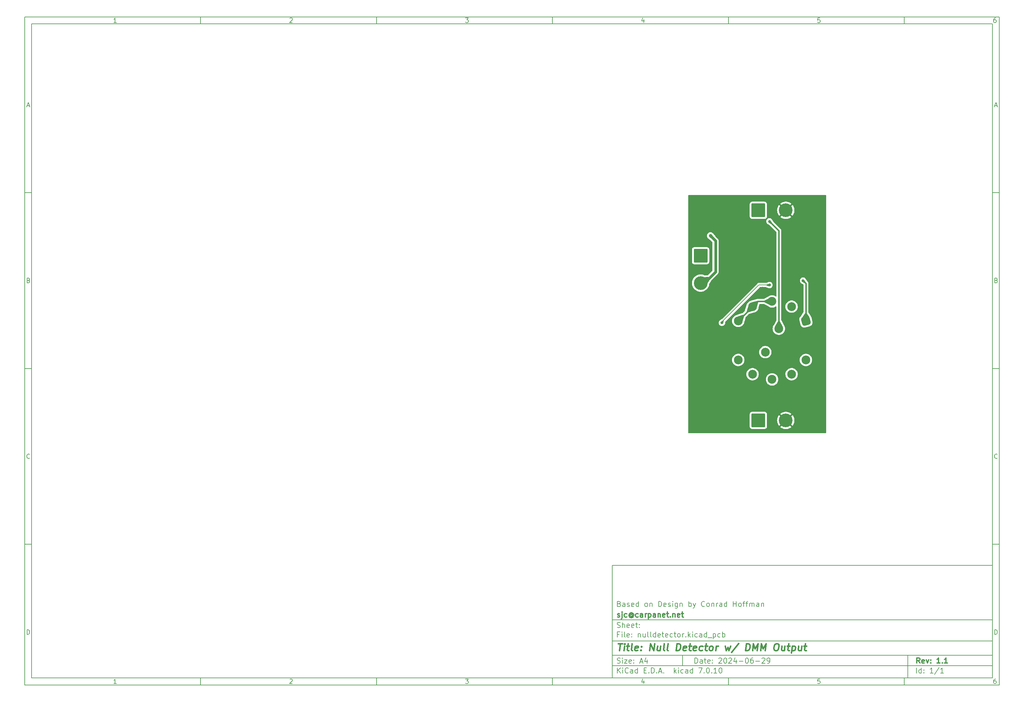
<source format=gbr>
%TF.GenerationSoftware,KiCad,Pcbnew,7.0.10*%
%TF.CreationDate,2024-07-02T22:36:04-04:00*%
%TF.ProjectId,nulldetector,6e756c6c-6465-4746-9563-746f722e6b69,1.1*%
%TF.SameCoordinates,Original*%
%TF.FileFunction,Copper,L2,Bot*%
%TF.FilePolarity,Positive*%
%FSLAX46Y46*%
G04 Gerber Fmt 4.6, Leading zero omitted, Abs format (unit mm)*
G04 Created by KiCad (PCBNEW 7.0.10) date 2024-07-02 22:36:04*
%MOMM*%
%LPD*%
G01*
G04 APERTURE LIST*
G04 Aperture macros list*
%AMRoundRect*
0 Rectangle with rounded corners*
0 $1 Rounding radius*
0 $2 $3 $4 $5 $6 $7 $8 $9 X,Y pos of 4 corners*
0 Add a 4 corners polygon primitive as box body*
4,1,4,$2,$3,$4,$5,$6,$7,$8,$9,$2,$3,0*
0 Add four circle primitives for the rounded corners*
1,1,$1+$1,$2,$3*
1,1,$1+$1,$4,$5*
1,1,$1+$1,$6,$7*
1,1,$1+$1,$8,$9*
0 Add four rect primitives between the rounded corners*
20,1,$1+$1,$2,$3,$4,$5,0*
20,1,$1+$1,$4,$5,$6,$7,0*
20,1,$1+$1,$6,$7,$8,$9,0*
20,1,$1+$1,$8,$9,$2,$3,0*%
G04 Aperture macros list end*
%ADD10C,0.100000*%
%ADD11C,0.150000*%
%ADD12C,0.300000*%
%ADD13C,0.400000*%
%TA.AperFunction,ComponentPad*%
%ADD14RoundRect,0.250002X-1.699998X-1.699998X1.699998X-1.699998X1.699998X1.699998X-1.699998X1.699998X0*%
%TD*%
%TA.AperFunction,ComponentPad*%
%ADD15C,3.900000*%
%TD*%
%TA.AperFunction,ComponentPad*%
%ADD16RoundRect,0.250002X-1.699998X1.699998X-1.699998X-1.699998X1.699998X-1.699998X1.699998X1.699998X0*%
%TD*%
%TA.AperFunction,ComponentPad*%
%ADD17RoundRect,0.625000X0.441942X0.765466X-0.765466X0.441942X-0.441942X-0.765466X0.765466X-0.441942X0*%
%TD*%
%TA.AperFunction,ComponentPad*%
%ADD18C,2.500000*%
%TD*%
%TA.AperFunction,ViaPad*%
%ADD19C,1.000000*%
%TD*%
%TA.AperFunction,ViaPad*%
%ADD20C,0.800000*%
%TD*%
%TA.AperFunction,Conductor*%
%ADD21C,0.750000*%
%TD*%
%TA.AperFunction,Conductor*%
%ADD22C,0.200000*%
%TD*%
%TA.AperFunction,Conductor*%
%ADD23C,0.400000*%
%TD*%
G04 APERTURE END LIST*
D10*
D11*
X177002200Y-166007200D02*
X285002200Y-166007200D01*
X285002200Y-198007200D01*
X177002200Y-198007200D01*
X177002200Y-166007200D01*
D10*
D11*
X10000000Y-10000000D02*
X287002200Y-10000000D01*
X287002200Y-200007200D01*
X10000000Y-200007200D01*
X10000000Y-10000000D01*
D10*
D11*
X12000000Y-12000000D02*
X285002200Y-12000000D01*
X285002200Y-198007200D01*
X12000000Y-198007200D01*
X12000000Y-12000000D01*
D10*
D11*
X60000000Y-12000000D02*
X60000000Y-10000000D01*
D10*
D11*
X110000000Y-12000000D02*
X110000000Y-10000000D01*
D10*
D11*
X160000000Y-12000000D02*
X160000000Y-10000000D01*
D10*
D11*
X210000000Y-12000000D02*
X210000000Y-10000000D01*
D10*
D11*
X260000000Y-12000000D02*
X260000000Y-10000000D01*
D10*
D11*
X36089160Y-11593604D02*
X35346303Y-11593604D01*
X35717731Y-11593604D02*
X35717731Y-10293604D01*
X35717731Y-10293604D02*
X35593922Y-10479319D01*
X35593922Y-10479319D02*
X35470112Y-10603128D01*
X35470112Y-10603128D02*
X35346303Y-10665033D01*
D10*
D11*
X85346303Y-10417414D02*
X85408207Y-10355509D01*
X85408207Y-10355509D02*
X85532017Y-10293604D01*
X85532017Y-10293604D02*
X85841541Y-10293604D01*
X85841541Y-10293604D02*
X85965350Y-10355509D01*
X85965350Y-10355509D02*
X86027255Y-10417414D01*
X86027255Y-10417414D02*
X86089160Y-10541223D01*
X86089160Y-10541223D02*
X86089160Y-10665033D01*
X86089160Y-10665033D02*
X86027255Y-10850747D01*
X86027255Y-10850747D02*
X85284398Y-11593604D01*
X85284398Y-11593604D02*
X86089160Y-11593604D01*
D10*
D11*
X135284398Y-10293604D02*
X136089160Y-10293604D01*
X136089160Y-10293604D02*
X135655826Y-10788842D01*
X135655826Y-10788842D02*
X135841541Y-10788842D01*
X135841541Y-10788842D02*
X135965350Y-10850747D01*
X135965350Y-10850747D02*
X136027255Y-10912652D01*
X136027255Y-10912652D02*
X136089160Y-11036461D01*
X136089160Y-11036461D02*
X136089160Y-11345985D01*
X136089160Y-11345985D02*
X136027255Y-11469795D01*
X136027255Y-11469795D02*
X135965350Y-11531700D01*
X135965350Y-11531700D02*
X135841541Y-11593604D01*
X135841541Y-11593604D02*
X135470112Y-11593604D01*
X135470112Y-11593604D02*
X135346303Y-11531700D01*
X135346303Y-11531700D02*
X135284398Y-11469795D01*
D10*
D11*
X185965350Y-10726938D02*
X185965350Y-11593604D01*
X185655826Y-10231700D02*
X185346303Y-11160271D01*
X185346303Y-11160271D02*
X186151064Y-11160271D01*
D10*
D11*
X236027255Y-10293604D02*
X235408207Y-10293604D01*
X235408207Y-10293604D02*
X235346303Y-10912652D01*
X235346303Y-10912652D02*
X235408207Y-10850747D01*
X235408207Y-10850747D02*
X235532017Y-10788842D01*
X235532017Y-10788842D02*
X235841541Y-10788842D01*
X235841541Y-10788842D02*
X235965350Y-10850747D01*
X235965350Y-10850747D02*
X236027255Y-10912652D01*
X236027255Y-10912652D02*
X236089160Y-11036461D01*
X236089160Y-11036461D02*
X236089160Y-11345985D01*
X236089160Y-11345985D02*
X236027255Y-11469795D01*
X236027255Y-11469795D02*
X235965350Y-11531700D01*
X235965350Y-11531700D02*
X235841541Y-11593604D01*
X235841541Y-11593604D02*
X235532017Y-11593604D01*
X235532017Y-11593604D02*
X235408207Y-11531700D01*
X235408207Y-11531700D02*
X235346303Y-11469795D01*
D10*
D11*
X285965350Y-10293604D02*
X285717731Y-10293604D01*
X285717731Y-10293604D02*
X285593922Y-10355509D01*
X285593922Y-10355509D02*
X285532017Y-10417414D01*
X285532017Y-10417414D02*
X285408207Y-10603128D01*
X285408207Y-10603128D02*
X285346303Y-10850747D01*
X285346303Y-10850747D02*
X285346303Y-11345985D01*
X285346303Y-11345985D02*
X285408207Y-11469795D01*
X285408207Y-11469795D02*
X285470112Y-11531700D01*
X285470112Y-11531700D02*
X285593922Y-11593604D01*
X285593922Y-11593604D02*
X285841541Y-11593604D01*
X285841541Y-11593604D02*
X285965350Y-11531700D01*
X285965350Y-11531700D02*
X286027255Y-11469795D01*
X286027255Y-11469795D02*
X286089160Y-11345985D01*
X286089160Y-11345985D02*
X286089160Y-11036461D01*
X286089160Y-11036461D02*
X286027255Y-10912652D01*
X286027255Y-10912652D02*
X285965350Y-10850747D01*
X285965350Y-10850747D02*
X285841541Y-10788842D01*
X285841541Y-10788842D02*
X285593922Y-10788842D01*
X285593922Y-10788842D02*
X285470112Y-10850747D01*
X285470112Y-10850747D02*
X285408207Y-10912652D01*
X285408207Y-10912652D02*
X285346303Y-11036461D01*
D10*
D11*
X60000000Y-198007200D02*
X60000000Y-200007200D01*
D10*
D11*
X110000000Y-198007200D02*
X110000000Y-200007200D01*
D10*
D11*
X160000000Y-198007200D02*
X160000000Y-200007200D01*
D10*
D11*
X210000000Y-198007200D02*
X210000000Y-200007200D01*
D10*
D11*
X260000000Y-198007200D02*
X260000000Y-200007200D01*
D10*
D11*
X36089160Y-199600804D02*
X35346303Y-199600804D01*
X35717731Y-199600804D02*
X35717731Y-198300804D01*
X35717731Y-198300804D02*
X35593922Y-198486519D01*
X35593922Y-198486519D02*
X35470112Y-198610328D01*
X35470112Y-198610328D02*
X35346303Y-198672233D01*
D10*
D11*
X85346303Y-198424614D02*
X85408207Y-198362709D01*
X85408207Y-198362709D02*
X85532017Y-198300804D01*
X85532017Y-198300804D02*
X85841541Y-198300804D01*
X85841541Y-198300804D02*
X85965350Y-198362709D01*
X85965350Y-198362709D02*
X86027255Y-198424614D01*
X86027255Y-198424614D02*
X86089160Y-198548423D01*
X86089160Y-198548423D02*
X86089160Y-198672233D01*
X86089160Y-198672233D02*
X86027255Y-198857947D01*
X86027255Y-198857947D02*
X85284398Y-199600804D01*
X85284398Y-199600804D02*
X86089160Y-199600804D01*
D10*
D11*
X135284398Y-198300804D02*
X136089160Y-198300804D01*
X136089160Y-198300804D02*
X135655826Y-198796042D01*
X135655826Y-198796042D02*
X135841541Y-198796042D01*
X135841541Y-198796042D02*
X135965350Y-198857947D01*
X135965350Y-198857947D02*
X136027255Y-198919852D01*
X136027255Y-198919852D02*
X136089160Y-199043661D01*
X136089160Y-199043661D02*
X136089160Y-199353185D01*
X136089160Y-199353185D02*
X136027255Y-199476995D01*
X136027255Y-199476995D02*
X135965350Y-199538900D01*
X135965350Y-199538900D02*
X135841541Y-199600804D01*
X135841541Y-199600804D02*
X135470112Y-199600804D01*
X135470112Y-199600804D02*
X135346303Y-199538900D01*
X135346303Y-199538900D02*
X135284398Y-199476995D01*
D10*
D11*
X185965350Y-198734138D02*
X185965350Y-199600804D01*
X185655826Y-198238900D02*
X185346303Y-199167471D01*
X185346303Y-199167471D02*
X186151064Y-199167471D01*
D10*
D11*
X236027255Y-198300804D02*
X235408207Y-198300804D01*
X235408207Y-198300804D02*
X235346303Y-198919852D01*
X235346303Y-198919852D02*
X235408207Y-198857947D01*
X235408207Y-198857947D02*
X235532017Y-198796042D01*
X235532017Y-198796042D02*
X235841541Y-198796042D01*
X235841541Y-198796042D02*
X235965350Y-198857947D01*
X235965350Y-198857947D02*
X236027255Y-198919852D01*
X236027255Y-198919852D02*
X236089160Y-199043661D01*
X236089160Y-199043661D02*
X236089160Y-199353185D01*
X236089160Y-199353185D02*
X236027255Y-199476995D01*
X236027255Y-199476995D02*
X235965350Y-199538900D01*
X235965350Y-199538900D02*
X235841541Y-199600804D01*
X235841541Y-199600804D02*
X235532017Y-199600804D01*
X235532017Y-199600804D02*
X235408207Y-199538900D01*
X235408207Y-199538900D02*
X235346303Y-199476995D01*
D10*
D11*
X285965350Y-198300804D02*
X285717731Y-198300804D01*
X285717731Y-198300804D02*
X285593922Y-198362709D01*
X285593922Y-198362709D02*
X285532017Y-198424614D01*
X285532017Y-198424614D02*
X285408207Y-198610328D01*
X285408207Y-198610328D02*
X285346303Y-198857947D01*
X285346303Y-198857947D02*
X285346303Y-199353185D01*
X285346303Y-199353185D02*
X285408207Y-199476995D01*
X285408207Y-199476995D02*
X285470112Y-199538900D01*
X285470112Y-199538900D02*
X285593922Y-199600804D01*
X285593922Y-199600804D02*
X285841541Y-199600804D01*
X285841541Y-199600804D02*
X285965350Y-199538900D01*
X285965350Y-199538900D02*
X286027255Y-199476995D01*
X286027255Y-199476995D02*
X286089160Y-199353185D01*
X286089160Y-199353185D02*
X286089160Y-199043661D01*
X286089160Y-199043661D02*
X286027255Y-198919852D01*
X286027255Y-198919852D02*
X285965350Y-198857947D01*
X285965350Y-198857947D02*
X285841541Y-198796042D01*
X285841541Y-198796042D02*
X285593922Y-198796042D01*
X285593922Y-198796042D02*
X285470112Y-198857947D01*
X285470112Y-198857947D02*
X285408207Y-198919852D01*
X285408207Y-198919852D02*
X285346303Y-199043661D01*
D10*
D11*
X10000000Y-60000000D02*
X12000000Y-60000000D01*
D10*
D11*
X10000000Y-110000000D02*
X12000000Y-110000000D01*
D10*
D11*
X10000000Y-160000000D02*
X12000000Y-160000000D01*
D10*
D11*
X10690476Y-35222176D02*
X11309523Y-35222176D01*
X10566666Y-35593604D02*
X10999999Y-34293604D01*
X10999999Y-34293604D02*
X11433333Y-35593604D01*
D10*
D11*
X11092857Y-84912652D02*
X11278571Y-84974557D01*
X11278571Y-84974557D02*
X11340476Y-85036461D01*
X11340476Y-85036461D02*
X11402380Y-85160271D01*
X11402380Y-85160271D02*
X11402380Y-85345985D01*
X11402380Y-85345985D02*
X11340476Y-85469795D01*
X11340476Y-85469795D02*
X11278571Y-85531700D01*
X11278571Y-85531700D02*
X11154761Y-85593604D01*
X11154761Y-85593604D02*
X10659523Y-85593604D01*
X10659523Y-85593604D02*
X10659523Y-84293604D01*
X10659523Y-84293604D02*
X11092857Y-84293604D01*
X11092857Y-84293604D02*
X11216666Y-84355509D01*
X11216666Y-84355509D02*
X11278571Y-84417414D01*
X11278571Y-84417414D02*
X11340476Y-84541223D01*
X11340476Y-84541223D02*
X11340476Y-84665033D01*
X11340476Y-84665033D02*
X11278571Y-84788842D01*
X11278571Y-84788842D02*
X11216666Y-84850747D01*
X11216666Y-84850747D02*
X11092857Y-84912652D01*
X11092857Y-84912652D02*
X10659523Y-84912652D01*
D10*
D11*
X11402380Y-135469795D02*
X11340476Y-135531700D01*
X11340476Y-135531700D02*
X11154761Y-135593604D01*
X11154761Y-135593604D02*
X11030952Y-135593604D01*
X11030952Y-135593604D02*
X10845238Y-135531700D01*
X10845238Y-135531700D02*
X10721428Y-135407890D01*
X10721428Y-135407890D02*
X10659523Y-135284080D01*
X10659523Y-135284080D02*
X10597619Y-135036461D01*
X10597619Y-135036461D02*
X10597619Y-134850747D01*
X10597619Y-134850747D02*
X10659523Y-134603128D01*
X10659523Y-134603128D02*
X10721428Y-134479319D01*
X10721428Y-134479319D02*
X10845238Y-134355509D01*
X10845238Y-134355509D02*
X11030952Y-134293604D01*
X11030952Y-134293604D02*
X11154761Y-134293604D01*
X11154761Y-134293604D02*
X11340476Y-134355509D01*
X11340476Y-134355509D02*
X11402380Y-134417414D01*
D10*
D11*
X10659523Y-185593604D02*
X10659523Y-184293604D01*
X10659523Y-184293604D02*
X10969047Y-184293604D01*
X10969047Y-184293604D02*
X11154761Y-184355509D01*
X11154761Y-184355509D02*
X11278571Y-184479319D01*
X11278571Y-184479319D02*
X11340476Y-184603128D01*
X11340476Y-184603128D02*
X11402380Y-184850747D01*
X11402380Y-184850747D02*
X11402380Y-185036461D01*
X11402380Y-185036461D02*
X11340476Y-185284080D01*
X11340476Y-185284080D02*
X11278571Y-185407890D01*
X11278571Y-185407890D02*
X11154761Y-185531700D01*
X11154761Y-185531700D02*
X10969047Y-185593604D01*
X10969047Y-185593604D02*
X10659523Y-185593604D01*
D10*
D11*
X287002200Y-60000000D02*
X285002200Y-60000000D01*
D10*
D11*
X287002200Y-110000000D02*
X285002200Y-110000000D01*
D10*
D11*
X287002200Y-160000000D02*
X285002200Y-160000000D01*
D10*
D11*
X285692676Y-35222176D02*
X286311723Y-35222176D01*
X285568866Y-35593604D02*
X286002199Y-34293604D01*
X286002199Y-34293604D02*
X286435533Y-35593604D01*
D10*
D11*
X286095057Y-84912652D02*
X286280771Y-84974557D01*
X286280771Y-84974557D02*
X286342676Y-85036461D01*
X286342676Y-85036461D02*
X286404580Y-85160271D01*
X286404580Y-85160271D02*
X286404580Y-85345985D01*
X286404580Y-85345985D02*
X286342676Y-85469795D01*
X286342676Y-85469795D02*
X286280771Y-85531700D01*
X286280771Y-85531700D02*
X286156961Y-85593604D01*
X286156961Y-85593604D02*
X285661723Y-85593604D01*
X285661723Y-85593604D02*
X285661723Y-84293604D01*
X285661723Y-84293604D02*
X286095057Y-84293604D01*
X286095057Y-84293604D02*
X286218866Y-84355509D01*
X286218866Y-84355509D02*
X286280771Y-84417414D01*
X286280771Y-84417414D02*
X286342676Y-84541223D01*
X286342676Y-84541223D02*
X286342676Y-84665033D01*
X286342676Y-84665033D02*
X286280771Y-84788842D01*
X286280771Y-84788842D02*
X286218866Y-84850747D01*
X286218866Y-84850747D02*
X286095057Y-84912652D01*
X286095057Y-84912652D02*
X285661723Y-84912652D01*
D10*
D11*
X286404580Y-135469795D02*
X286342676Y-135531700D01*
X286342676Y-135531700D02*
X286156961Y-135593604D01*
X286156961Y-135593604D02*
X286033152Y-135593604D01*
X286033152Y-135593604D02*
X285847438Y-135531700D01*
X285847438Y-135531700D02*
X285723628Y-135407890D01*
X285723628Y-135407890D02*
X285661723Y-135284080D01*
X285661723Y-135284080D02*
X285599819Y-135036461D01*
X285599819Y-135036461D02*
X285599819Y-134850747D01*
X285599819Y-134850747D02*
X285661723Y-134603128D01*
X285661723Y-134603128D02*
X285723628Y-134479319D01*
X285723628Y-134479319D02*
X285847438Y-134355509D01*
X285847438Y-134355509D02*
X286033152Y-134293604D01*
X286033152Y-134293604D02*
X286156961Y-134293604D01*
X286156961Y-134293604D02*
X286342676Y-134355509D01*
X286342676Y-134355509D02*
X286404580Y-134417414D01*
D10*
D11*
X285661723Y-185593604D02*
X285661723Y-184293604D01*
X285661723Y-184293604D02*
X285971247Y-184293604D01*
X285971247Y-184293604D02*
X286156961Y-184355509D01*
X286156961Y-184355509D02*
X286280771Y-184479319D01*
X286280771Y-184479319D02*
X286342676Y-184603128D01*
X286342676Y-184603128D02*
X286404580Y-184850747D01*
X286404580Y-184850747D02*
X286404580Y-185036461D01*
X286404580Y-185036461D02*
X286342676Y-185284080D01*
X286342676Y-185284080D02*
X286280771Y-185407890D01*
X286280771Y-185407890D02*
X286156961Y-185531700D01*
X286156961Y-185531700D02*
X285971247Y-185593604D01*
X285971247Y-185593604D02*
X285661723Y-185593604D01*
D10*
D11*
X200458026Y-193793328D02*
X200458026Y-192293328D01*
X200458026Y-192293328D02*
X200815169Y-192293328D01*
X200815169Y-192293328D02*
X201029455Y-192364757D01*
X201029455Y-192364757D02*
X201172312Y-192507614D01*
X201172312Y-192507614D02*
X201243741Y-192650471D01*
X201243741Y-192650471D02*
X201315169Y-192936185D01*
X201315169Y-192936185D02*
X201315169Y-193150471D01*
X201315169Y-193150471D02*
X201243741Y-193436185D01*
X201243741Y-193436185D02*
X201172312Y-193579042D01*
X201172312Y-193579042D02*
X201029455Y-193721900D01*
X201029455Y-193721900D02*
X200815169Y-193793328D01*
X200815169Y-193793328D02*
X200458026Y-193793328D01*
X202600884Y-193793328D02*
X202600884Y-193007614D01*
X202600884Y-193007614D02*
X202529455Y-192864757D01*
X202529455Y-192864757D02*
X202386598Y-192793328D01*
X202386598Y-192793328D02*
X202100884Y-192793328D01*
X202100884Y-192793328D02*
X201958026Y-192864757D01*
X202600884Y-193721900D02*
X202458026Y-193793328D01*
X202458026Y-193793328D02*
X202100884Y-193793328D01*
X202100884Y-193793328D02*
X201958026Y-193721900D01*
X201958026Y-193721900D02*
X201886598Y-193579042D01*
X201886598Y-193579042D02*
X201886598Y-193436185D01*
X201886598Y-193436185D02*
X201958026Y-193293328D01*
X201958026Y-193293328D02*
X202100884Y-193221900D01*
X202100884Y-193221900D02*
X202458026Y-193221900D01*
X202458026Y-193221900D02*
X202600884Y-193150471D01*
X203100884Y-192793328D02*
X203672312Y-192793328D01*
X203315169Y-192293328D02*
X203315169Y-193579042D01*
X203315169Y-193579042D02*
X203386598Y-193721900D01*
X203386598Y-193721900D02*
X203529455Y-193793328D01*
X203529455Y-193793328D02*
X203672312Y-193793328D01*
X204743741Y-193721900D02*
X204600884Y-193793328D01*
X204600884Y-193793328D02*
X204315170Y-193793328D01*
X204315170Y-193793328D02*
X204172312Y-193721900D01*
X204172312Y-193721900D02*
X204100884Y-193579042D01*
X204100884Y-193579042D02*
X204100884Y-193007614D01*
X204100884Y-193007614D02*
X204172312Y-192864757D01*
X204172312Y-192864757D02*
X204315170Y-192793328D01*
X204315170Y-192793328D02*
X204600884Y-192793328D01*
X204600884Y-192793328D02*
X204743741Y-192864757D01*
X204743741Y-192864757D02*
X204815170Y-193007614D01*
X204815170Y-193007614D02*
X204815170Y-193150471D01*
X204815170Y-193150471D02*
X204100884Y-193293328D01*
X205458026Y-193650471D02*
X205529455Y-193721900D01*
X205529455Y-193721900D02*
X205458026Y-193793328D01*
X205458026Y-193793328D02*
X205386598Y-193721900D01*
X205386598Y-193721900D02*
X205458026Y-193650471D01*
X205458026Y-193650471D02*
X205458026Y-193793328D01*
X205458026Y-192864757D02*
X205529455Y-192936185D01*
X205529455Y-192936185D02*
X205458026Y-193007614D01*
X205458026Y-193007614D02*
X205386598Y-192936185D01*
X205386598Y-192936185D02*
X205458026Y-192864757D01*
X205458026Y-192864757D02*
X205458026Y-193007614D01*
X207243741Y-192436185D02*
X207315169Y-192364757D01*
X207315169Y-192364757D02*
X207458027Y-192293328D01*
X207458027Y-192293328D02*
X207815169Y-192293328D01*
X207815169Y-192293328D02*
X207958027Y-192364757D01*
X207958027Y-192364757D02*
X208029455Y-192436185D01*
X208029455Y-192436185D02*
X208100884Y-192579042D01*
X208100884Y-192579042D02*
X208100884Y-192721900D01*
X208100884Y-192721900D02*
X208029455Y-192936185D01*
X208029455Y-192936185D02*
X207172312Y-193793328D01*
X207172312Y-193793328D02*
X208100884Y-193793328D01*
X209029455Y-192293328D02*
X209172312Y-192293328D01*
X209172312Y-192293328D02*
X209315169Y-192364757D01*
X209315169Y-192364757D02*
X209386598Y-192436185D01*
X209386598Y-192436185D02*
X209458026Y-192579042D01*
X209458026Y-192579042D02*
X209529455Y-192864757D01*
X209529455Y-192864757D02*
X209529455Y-193221900D01*
X209529455Y-193221900D02*
X209458026Y-193507614D01*
X209458026Y-193507614D02*
X209386598Y-193650471D01*
X209386598Y-193650471D02*
X209315169Y-193721900D01*
X209315169Y-193721900D02*
X209172312Y-193793328D01*
X209172312Y-193793328D02*
X209029455Y-193793328D01*
X209029455Y-193793328D02*
X208886598Y-193721900D01*
X208886598Y-193721900D02*
X208815169Y-193650471D01*
X208815169Y-193650471D02*
X208743740Y-193507614D01*
X208743740Y-193507614D02*
X208672312Y-193221900D01*
X208672312Y-193221900D02*
X208672312Y-192864757D01*
X208672312Y-192864757D02*
X208743740Y-192579042D01*
X208743740Y-192579042D02*
X208815169Y-192436185D01*
X208815169Y-192436185D02*
X208886598Y-192364757D01*
X208886598Y-192364757D02*
X209029455Y-192293328D01*
X210100883Y-192436185D02*
X210172311Y-192364757D01*
X210172311Y-192364757D02*
X210315169Y-192293328D01*
X210315169Y-192293328D02*
X210672311Y-192293328D01*
X210672311Y-192293328D02*
X210815169Y-192364757D01*
X210815169Y-192364757D02*
X210886597Y-192436185D01*
X210886597Y-192436185D02*
X210958026Y-192579042D01*
X210958026Y-192579042D02*
X210958026Y-192721900D01*
X210958026Y-192721900D02*
X210886597Y-192936185D01*
X210886597Y-192936185D02*
X210029454Y-193793328D01*
X210029454Y-193793328D02*
X210958026Y-193793328D01*
X212243740Y-192793328D02*
X212243740Y-193793328D01*
X211886597Y-192221900D02*
X211529454Y-193293328D01*
X211529454Y-193293328D02*
X212458025Y-193293328D01*
X213029453Y-193221900D02*
X214172311Y-193221900D01*
X215172311Y-192293328D02*
X215315168Y-192293328D01*
X215315168Y-192293328D02*
X215458025Y-192364757D01*
X215458025Y-192364757D02*
X215529454Y-192436185D01*
X215529454Y-192436185D02*
X215600882Y-192579042D01*
X215600882Y-192579042D02*
X215672311Y-192864757D01*
X215672311Y-192864757D02*
X215672311Y-193221900D01*
X215672311Y-193221900D02*
X215600882Y-193507614D01*
X215600882Y-193507614D02*
X215529454Y-193650471D01*
X215529454Y-193650471D02*
X215458025Y-193721900D01*
X215458025Y-193721900D02*
X215315168Y-193793328D01*
X215315168Y-193793328D02*
X215172311Y-193793328D01*
X215172311Y-193793328D02*
X215029454Y-193721900D01*
X215029454Y-193721900D02*
X214958025Y-193650471D01*
X214958025Y-193650471D02*
X214886596Y-193507614D01*
X214886596Y-193507614D02*
X214815168Y-193221900D01*
X214815168Y-193221900D02*
X214815168Y-192864757D01*
X214815168Y-192864757D02*
X214886596Y-192579042D01*
X214886596Y-192579042D02*
X214958025Y-192436185D01*
X214958025Y-192436185D02*
X215029454Y-192364757D01*
X215029454Y-192364757D02*
X215172311Y-192293328D01*
X216958025Y-192293328D02*
X216672310Y-192293328D01*
X216672310Y-192293328D02*
X216529453Y-192364757D01*
X216529453Y-192364757D02*
X216458025Y-192436185D01*
X216458025Y-192436185D02*
X216315167Y-192650471D01*
X216315167Y-192650471D02*
X216243739Y-192936185D01*
X216243739Y-192936185D02*
X216243739Y-193507614D01*
X216243739Y-193507614D02*
X216315167Y-193650471D01*
X216315167Y-193650471D02*
X216386596Y-193721900D01*
X216386596Y-193721900D02*
X216529453Y-193793328D01*
X216529453Y-193793328D02*
X216815167Y-193793328D01*
X216815167Y-193793328D02*
X216958025Y-193721900D01*
X216958025Y-193721900D02*
X217029453Y-193650471D01*
X217029453Y-193650471D02*
X217100882Y-193507614D01*
X217100882Y-193507614D02*
X217100882Y-193150471D01*
X217100882Y-193150471D02*
X217029453Y-193007614D01*
X217029453Y-193007614D02*
X216958025Y-192936185D01*
X216958025Y-192936185D02*
X216815167Y-192864757D01*
X216815167Y-192864757D02*
X216529453Y-192864757D01*
X216529453Y-192864757D02*
X216386596Y-192936185D01*
X216386596Y-192936185D02*
X216315167Y-193007614D01*
X216315167Y-193007614D02*
X216243739Y-193150471D01*
X217743738Y-193221900D02*
X218886596Y-193221900D01*
X219529453Y-192436185D02*
X219600881Y-192364757D01*
X219600881Y-192364757D02*
X219743739Y-192293328D01*
X219743739Y-192293328D02*
X220100881Y-192293328D01*
X220100881Y-192293328D02*
X220243739Y-192364757D01*
X220243739Y-192364757D02*
X220315167Y-192436185D01*
X220315167Y-192436185D02*
X220386596Y-192579042D01*
X220386596Y-192579042D02*
X220386596Y-192721900D01*
X220386596Y-192721900D02*
X220315167Y-192936185D01*
X220315167Y-192936185D02*
X219458024Y-193793328D01*
X219458024Y-193793328D02*
X220386596Y-193793328D01*
X221100881Y-193793328D02*
X221386595Y-193793328D01*
X221386595Y-193793328D02*
X221529452Y-193721900D01*
X221529452Y-193721900D02*
X221600881Y-193650471D01*
X221600881Y-193650471D02*
X221743738Y-193436185D01*
X221743738Y-193436185D02*
X221815167Y-193150471D01*
X221815167Y-193150471D02*
X221815167Y-192579042D01*
X221815167Y-192579042D02*
X221743738Y-192436185D01*
X221743738Y-192436185D02*
X221672310Y-192364757D01*
X221672310Y-192364757D02*
X221529452Y-192293328D01*
X221529452Y-192293328D02*
X221243738Y-192293328D01*
X221243738Y-192293328D02*
X221100881Y-192364757D01*
X221100881Y-192364757D02*
X221029452Y-192436185D01*
X221029452Y-192436185D02*
X220958024Y-192579042D01*
X220958024Y-192579042D02*
X220958024Y-192936185D01*
X220958024Y-192936185D02*
X221029452Y-193079042D01*
X221029452Y-193079042D02*
X221100881Y-193150471D01*
X221100881Y-193150471D02*
X221243738Y-193221900D01*
X221243738Y-193221900D02*
X221529452Y-193221900D01*
X221529452Y-193221900D02*
X221672310Y-193150471D01*
X221672310Y-193150471D02*
X221743738Y-193079042D01*
X221743738Y-193079042D02*
X221815167Y-192936185D01*
D10*
D11*
X177002200Y-194507200D02*
X285002200Y-194507200D01*
D10*
D11*
X178458026Y-196593328D02*
X178458026Y-195093328D01*
X179315169Y-196593328D02*
X178672312Y-195736185D01*
X179315169Y-195093328D02*
X178458026Y-195950471D01*
X179958026Y-196593328D02*
X179958026Y-195593328D01*
X179958026Y-195093328D02*
X179886598Y-195164757D01*
X179886598Y-195164757D02*
X179958026Y-195236185D01*
X179958026Y-195236185D02*
X180029455Y-195164757D01*
X180029455Y-195164757D02*
X179958026Y-195093328D01*
X179958026Y-195093328D02*
X179958026Y-195236185D01*
X181529455Y-196450471D02*
X181458027Y-196521900D01*
X181458027Y-196521900D02*
X181243741Y-196593328D01*
X181243741Y-196593328D02*
X181100884Y-196593328D01*
X181100884Y-196593328D02*
X180886598Y-196521900D01*
X180886598Y-196521900D02*
X180743741Y-196379042D01*
X180743741Y-196379042D02*
X180672312Y-196236185D01*
X180672312Y-196236185D02*
X180600884Y-195950471D01*
X180600884Y-195950471D02*
X180600884Y-195736185D01*
X180600884Y-195736185D02*
X180672312Y-195450471D01*
X180672312Y-195450471D02*
X180743741Y-195307614D01*
X180743741Y-195307614D02*
X180886598Y-195164757D01*
X180886598Y-195164757D02*
X181100884Y-195093328D01*
X181100884Y-195093328D02*
X181243741Y-195093328D01*
X181243741Y-195093328D02*
X181458027Y-195164757D01*
X181458027Y-195164757D02*
X181529455Y-195236185D01*
X182815170Y-196593328D02*
X182815170Y-195807614D01*
X182815170Y-195807614D02*
X182743741Y-195664757D01*
X182743741Y-195664757D02*
X182600884Y-195593328D01*
X182600884Y-195593328D02*
X182315170Y-195593328D01*
X182315170Y-195593328D02*
X182172312Y-195664757D01*
X182815170Y-196521900D02*
X182672312Y-196593328D01*
X182672312Y-196593328D02*
X182315170Y-196593328D01*
X182315170Y-196593328D02*
X182172312Y-196521900D01*
X182172312Y-196521900D02*
X182100884Y-196379042D01*
X182100884Y-196379042D02*
X182100884Y-196236185D01*
X182100884Y-196236185D02*
X182172312Y-196093328D01*
X182172312Y-196093328D02*
X182315170Y-196021900D01*
X182315170Y-196021900D02*
X182672312Y-196021900D01*
X182672312Y-196021900D02*
X182815170Y-195950471D01*
X184172313Y-196593328D02*
X184172313Y-195093328D01*
X184172313Y-196521900D02*
X184029455Y-196593328D01*
X184029455Y-196593328D02*
X183743741Y-196593328D01*
X183743741Y-196593328D02*
X183600884Y-196521900D01*
X183600884Y-196521900D02*
X183529455Y-196450471D01*
X183529455Y-196450471D02*
X183458027Y-196307614D01*
X183458027Y-196307614D02*
X183458027Y-195879042D01*
X183458027Y-195879042D02*
X183529455Y-195736185D01*
X183529455Y-195736185D02*
X183600884Y-195664757D01*
X183600884Y-195664757D02*
X183743741Y-195593328D01*
X183743741Y-195593328D02*
X184029455Y-195593328D01*
X184029455Y-195593328D02*
X184172313Y-195664757D01*
X186029455Y-195807614D02*
X186529455Y-195807614D01*
X186743741Y-196593328D02*
X186029455Y-196593328D01*
X186029455Y-196593328D02*
X186029455Y-195093328D01*
X186029455Y-195093328D02*
X186743741Y-195093328D01*
X187386598Y-196450471D02*
X187458027Y-196521900D01*
X187458027Y-196521900D02*
X187386598Y-196593328D01*
X187386598Y-196593328D02*
X187315170Y-196521900D01*
X187315170Y-196521900D02*
X187386598Y-196450471D01*
X187386598Y-196450471D02*
X187386598Y-196593328D01*
X188100884Y-196593328D02*
X188100884Y-195093328D01*
X188100884Y-195093328D02*
X188458027Y-195093328D01*
X188458027Y-195093328D02*
X188672313Y-195164757D01*
X188672313Y-195164757D02*
X188815170Y-195307614D01*
X188815170Y-195307614D02*
X188886599Y-195450471D01*
X188886599Y-195450471D02*
X188958027Y-195736185D01*
X188958027Y-195736185D02*
X188958027Y-195950471D01*
X188958027Y-195950471D02*
X188886599Y-196236185D01*
X188886599Y-196236185D02*
X188815170Y-196379042D01*
X188815170Y-196379042D02*
X188672313Y-196521900D01*
X188672313Y-196521900D02*
X188458027Y-196593328D01*
X188458027Y-196593328D02*
X188100884Y-196593328D01*
X189600884Y-196450471D02*
X189672313Y-196521900D01*
X189672313Y-196521900D02*
X189600884Y-196593328D01*
X189600884Y-196593328D02*
X189529456Y-196521900D01*
X189529456Y-196521900D02*
X189600884Y-196450471D01*
X189600884Y-196450471D02*
X189600884Y-196593328D01*
X190243742Y-196164757D02*
X190958028Y-196164757D01*
X190100885Y-196593328D02*
X190600885Y-195093328D01*
X190600885Y-195093328D02*
X191100885Y-196593328D01*
X191600884Y-196450471D02*
X191672313Y-196521900D01*
X191672313Y-196521900D02*
X191600884Y-196593328D01*
X191600884Y-196593328D02*
X191529456Y-196521900D01*
X191529456Y-196521900D02*
X191600884Y-196450471D01*
X191600884Y-196450471D02*
X191600884Y-196593328D01*
X194600884Y-196593328D02*
X194600884Y-195093328D01*
X194743742Y-196021900D02*
X195172313Y-196593328D01*
X195172313Y-195593328D02*
X194600884Y-196164757D01*
X195815170Y-196593328D02*
X195815170Y-195593328D01*
X195815170Y-195093328D02*
X195743742Y-195164757D01*
X195743742Y-195164757D02*
X195815170Y-195236185D01*
X195815170Y-195236185D02*
X195886599Y-195164757D01*
X195886599Y-195164757D02*
X195815170Y-195093328D01*
X195815170Y-195093328D02*
X195815170Y-195236185D01*
X197172314Y-196521900D02*
X197029456Y-196593328D01*
X197029456Y-196593328D02*
X196743742Y-196593328D01*
X196743742Y-196593328D02*
X196600885Y-196521900D01*
X196600885Y-196521900D02*
X196529456Y-196450471D01*
X196529456Y-196450471D02*
X196458028Y-196307614D01*
X196458028Y-196307614D02*
X196458028Y-195879042D01*
X196458028Y-195879042D02*
X196529456Y-195736185D01*
X196529456Y-195736185D02*
X196600885Y-195664757D01*
X196600885Y-195664757D02*
X196743742Y-195593328D01*
X196743742Y-195593328D02*
X197029456Y-195593328D01*
X197029456Y-195593328D02*
X197172314Y-195664757D01*
X198458028Y-196593328D02*
X198458028Y-195807614D01*
X198458028Y-195807614D02*
X198386599Y-195664757D01*
X198386599Y-195664757D02*
X198243742Y-195593328D01*
X198243742Y-195593328D02*
X197958028Y-195593328D01*
X197958028Y-195593328D02*
X197815170Y-195664757D01*
X198458028Y-196521900D02*
X198315170Y-196593328D01*
X198315170Y-196593328D02*
X197958028Y-196593328D01*
X197958028Y-196593328D02*
X197815170Y-196521900D01*
X197815170Y-196521900D02*
X197743742Y-196379042D01*
X197743742Y-196379042D02*
X197743742Y-196236185D01*
X197743742Y-196236185D02*
X197815170Y-196093328D01*
X197815170Y-196093328D02*
X197958028Y-196021900D01*
X197958028Y-196021900D02*
X198315170Y-196021900D01*
X198315170Y-196021900D02*
X198458028Y-195950471D01*
X199815171Y-196593328D02*
X199815171Y-195093328D01*
X199815171Y-196521900D02*
X199672313Y-196593328D01*
X199672313Y-196593328D02*
X199386599Y-196593328D01*
X199386599Y-196593328D02*
X199243742Y-196521900D01*
X199243742Y-196521900D02*
X199172313Y-196450471D01*
X199172313Y-196450471D02*
X199100885Y-196307614D01*
X199100885Y-196307614D02*
X199100885Y-195879042D01*
X199100885Y-195879042D02*
X199172313Y-195736185D01*
X199172313Y-195736185D02*
X199243742Y-195664757D01*
X199243742Y-195664757D02*
X199386599Y-195593328D01*
X199386599Y-195593328D02*
X199672313Y-195593328D01*
X199672313Y-195593328D02*
X199815171Y-195664757D01*
X201529456Y-195093328D02*
X202529456Y-195093328D01*
X202529456Y-195093328D02*
X201886599Y-196593328D01*
X203100884Y-196450471D02*
X203172313Y-196521900D01*
X203172313Y-196521900D02*
X203100884Y-196593328D01*
X203100884Y-196593328D02*
X203029456Y-196521900D01*
X203029456Y-196521900D02*
X203100884Y-196450471D01*
X203100884Y-196450471D02*
X203100884Y-196593328D01*
X204100885Y-195093328D02*
X204243742Y-195093328D01*
X204243742Y-195093328D02*
X204386599Y-195164757D01*
X204386599Y-195164757D02*
X204458028Y-195236185D01*
X204458028Y-195236185D02*
X204529456Y-195379042D01*
X204529456Y-195379042D02*
X204600885Y-195664757D01*
X204600885Y-195664757D02*
X204600885Y-196021900D01*
X204600885Y-196021900D02*
X204529456Y-196307614D01*
X204529456Y-196307614D02*
X204458028Y-196450471D01*
X204458028Y-196450471D02*
X204386599Y-196521900D01*
X204386599Y-196521900D02*
X204243742Y-196593328D01*
X204243742Y-196593328D02*
X204100885Y-196593328D01*
X204100885Y-196593328D02*
X203958028Y-196521900D01*
X203958028Y-196521900D02*
X203886599Y-196450471D01*
X203886599Y-196450471D02*
X203815170Y-196307614D01*
X203815170Y-196307614D02*
X203743742Y-196021900D01*
X203743742Y-196021900D02*
X203743742Y-195664757D01*
X203743742Y-195664757D02*
X203815170Y-195379042D01*
X203815170Y-195379042D02*
X203886599Y-195236185D01*
X203886599Y-195236185D02*
X203958028Y-195164757D01*
X203958028Y-195164757D02*
X204100885Y-195093328D01*
X205243741Y-196450471D02*
X205315170Y-196521900D01*
X205315170Y-196521900D02*
X205243741Y-196593328D01*
X205243741Y-196593328D02*
X205172313Y-196521900D01*
X205172313Y-196521900D02*
X205243741Y-196450471D01*
X205243741Y-196450471D02*
X205243741Y-196593328D01*
X206743742Y-196593328D02*
X205886599Y-196593328D01*
X206315170Y-196593328D02*
X206315170Y-195093328D01*
X206315170Y-195093328D02*
X206172313Y-195307614D01*
X206172313Y-195307614D02*
X206029456Y-195450471D01*
X206029456Y-195450471D02*
X205886599Y-195521900D01*
X207672313Y-195093328D02*
X207815170Y-195093328D01*
X207815170Y-195093328D02*
X207958027Y-195164757D01*
X207958027Y-195164757D02*
X208029456Y-195236185D01*
X208029456Y-195236185D02*
X208100884Y-195379042D01*
X208100884Y-195379042D02*
X208172313Y-195664757D01*
X208172313Y-195664757D02*
X208172313Y-196021900D01*
X208172313Y-196021900D02*
X208100884Y-196307614D01*
X208100884Y-196307614D02*
X208029456Y-196450471D01*
X208029456Y-196450471D02*
X207958027Y-196521900D01*
X207958027Y-196521900D02*
X207815170Y-196593328D01*
X207815170Y-196593328D02*
X207672313Y-196593328D01*
X207672313Y-196593328D02*
X207529456Y-196521900D01*
X207529456Y-196521900D02*
X207458027Y-196450471D01*
X207458027Y-196450471D02*
X207386598Y-196307614D01*
X207386598Y-196307614D02*
X207315170Y-196021900D01*
X207315170Y-196021900D02*
X207315170Y-195664757D01*
X207315170Y-195664757D02*
X207386598Y-195379042D01*
X207386598Y-195379042D02*
X207458027Y-195236185D01*
X207458027Y-195236185D02*
X207529456Y-195164757D01*
X207529456Y-195164757D02*
X207672313Y-195093328D01*
D10*
D11*
X177002200Y-191507200D02*
X285002200Y-191507200D01*
D10*
D12*
X264413853Y-193785528D02*
X263913853Y-193071242D01*
X263556710Y-193785528D02*
X263556710Y-192285528D01*
X263556710Y-192285528D02*
X264128139Y-192285528D01*
X264128139Y-192285528D02*
X264270996Y-192356957D01*
X264270996Y-192356957D02*
X264342425Y-192428385D01*
X264342425Y-192428385D02*
X264413853Y-192571242D01*
X264413853Y-192571242D02*
X264413853Y-192785528D01*
X264413853Y-192785528D02*
X264342425Y-192928385D01*
X264342425Y-192928385D02*
X264270996Y-192999814D01*
X264270996Y-192999814D02*
X264128139Y-193071242D01*
X264128139Y-193071242D02*
X263556710Y-193071242D01*
X265628139Y-193714100D02*
X265485282Y-193785528D01*
X265485282Y-193785528D02*
X265199568Y-193785528D01*
X265199568Y-193785528D02*
X265056710Y-193714100D01*
X265056710Y-193714100D02*
X264985282Y-193571242D01*
X264985282Y-193571242D02*
X264985282Y-192999814D01*
X264985282Y-192999814D02*
X265056710Y-192856957D01*
X265056710Y-192856957D02*
X265199568Y-192785528D01*
X265199568Y-192785528D02*
X265485282Y-192785528D01*
X265485282Y-192785528D02*
X265628139Y-192856957D01*
X265628139Y-192856957D02*
X265699568Y-192999814D01*
X265699568Y-192999814D02*
X265699568Y-193142671D01*
X265699568Y-193142671D02*
X264985282Y-193285528D01*
X266199567Y-192785528D02*
X266556710Y-193785528D01*
X266556710Y-193785528D02*
X266913853Y-192785528D01*
X267485281Y-193642671D02*
X267556710Y-193714100D01*
X267556710Y-193714100D02*
X267485281Y-193785528D01*
X267485281Y-193785528D02*
X267413853Y-193714100D01*
X267413853Y-193714100D02*
X267485281Y-193642671D01*
X267485281Y-193642671D02*
X267485281Y-193785528D01*
X267485281Y-192856957D02*
X267556710Y-192928385D01*
X267556710Y-192928385D02*
X267485281Y-192999814D01*
X267485281Y-192999814D02*
X267413853Y-192928385D01*
X267413853Y-192928385D02*
X267485281Y-192856957D01*
X267485281Y-192856957D02*
X267485281Y-192999814D01*
X270128139Y-193785528D02*
X269270996Y-193785528D01*
X269699567Y-193785528D02*
X269699567Y-192285528D01*
X269699567Y-192285528D02*
X269556710Y-192499814D01*
X269556710Y-192499814D02*
X269413853Y-192642671D01*
X269413853Y-192642671D02*
X269270996Y-192714100D01*
X270770995Y-193642671D02*
X270842424Y-193714100D01*
X270842424Y-193714100D02*
X270770995Y-193785528D01*
X270770995Y-193785528D02*
X270699567Y-193714100D01*
X270699567Y-193714100D02*
X270770995Y-193642671D01*
X270770995Y-193642671D02*
X270770995Y-193785528D01*
X272270996Y-193785528D02*
X271413853Y-193785528D01*
X271842424Y-193785528D02*
X271842424Y-192285528D01*
X271842424Y-192285528D02*
X271699567Y-192499814D01*
X271699567Y-192499814D02*
X271556710Y-192642671D01*
X271556710Y-192642671D02*
X271413853Y-192714100D01*
D10*
D11*
X178386598Y-193721900D02*
X178600884Y-193793328D01*
X178600884Y-193793328D02*
X178958026Y-193793328D01*
X178958026Y-193793328D02*
X179100884Y-193721900D01*
X179100884Y-193721900D02*
X179172312Y-193650471D01*
X179172312Y-193650471D02*
X179243741Y-193507614D01*
X179243741Y-193507614D02*
X179243741Y-193364757D01*
X179243741Y-193364757D02*
X179172312Y-193221900D01*
X179172312Y-193221900D02*
X179100884Y-193150471D01*
X179100884Y-193150471D02*
X178958026Y-193079042D01*
X178958026Y-193079042D02*
X178672312Y-193007614D01*
X178672312Y-193007614D02*
X178529455Y-192936185D01*
X178529455Y-192936185D02*
X178458026Y-192864757D01*
X178458026Y-192864757D02*
X178386598Y-192721900D01*
X178386598Y-192721900D02*
X178386598Y-192579042D01*
X178386598Y-192579042D02*
X178458026Y-192436185D01*
X178458026Y-192436185D02*
X178529455Y-192364757D01*
X178529455Y-192364757D02*
X178672312Y-192293328D01*
X178672312Y-192293328D02*
X179029455Y-192293328D01*
X179029455Y-192293328D02*
X179243741Y-192364757D01*
X179886597Y-193793328D02*
X179886597Y-192793328D01*
X179886597Y-192293328D02*
X179815169Y-192364757D01*
X179815169Y-192364757D02*
X179886597Y-192436185D01*
X179886597Y-192436185D02*
X179958026Y-192364757D01*
X179958026Y-192364757D02*
X179886597Y-192293328D01*
X179886597Y-192293328D02*
X179886597Y-192436185D01*
X180458026Y-192793328D02*
X181243741Y-192793328D01*
X181243741Y-192793328D02*
X180458026Y-193793328D01*
X180458026Y-193793328D02*
X181243741Y-193793328D01*
X182386598Y-193721900D02*
X182243741Y-193793328D01*
X182243741Y-193793328D02*
X181958027Y-193793328D01*
X181958027Y-193793328D02*
X181815169Y-193721900D01*
X181815169Y-193721900D02*
X181743741Y-193579042D01*
X181743741Y-193579042D02*
X181743741Y-193007614D01*
X181743741Y-193007614D02*
X181815169Y-192864757D01*
X181815169Y-192864757D02*
X181958027Y-192793328D01*
X181958027Y-192793328D02*
X182243741Y-192793328D01*
X182243741Y-192793328D02*
X182386598Y-192864757D01*
X182386598Y-192864757D02*
X182458027Y-193007614D01*
X182458027Y-193007614D02*
X182458027Y-193150471D01*
X182458027Y-193150471D02*
X181743741Y-193293328D01*
X183100883Y-193650471D02*
X183172312Y-193721900D01*
X183172312Y-193721900D02*
X183100883Y-193793328D01*
X183100883Y-193793328D02*
X183029455Y-193721900D01*
X183029455Y-193721900D02*
X183100883Y-193650471D01*
X183100883Y-193650471D02*
X183100883Y-193793328D01*
X183100883Y-192864757D02*
X183172312Y-192936185D01*
X183172312Y-192936185D02*
X183100883Y-193007614D01*
X183100883Y-193007614D02*
X183029455Y-192936185D01*
X183029455Y-192936185D02*
X183100883Y-192864757D01*
X183100883Y-192864757D02*
X183100883Y-193007614D01*
X184886598Y-193364757D02*
X185600884Y-193364757D01*
X184743741Y-193793328D02*
X185243741Y-192293328D01*
X185243741Y-192293328D02*
X185743741Y-193793328D01*
X186886598Y-192793328D02*
X186886598Y-193793328D01*
X186529455Y-192221900D02*
X186172312Y-193293328D01*
X186172312Y-193293328D02*
X187100883Y-193293328D01*
D10*
D11*
X263458026Y-196593328D02*
X263458026Y-195093328D01*
X264815170Y-196593328D02*
X264815170Y-195093328D01*
X264815170Y-196521900D02*
X264672312Y-196593328D01*
X264672312Y-196593328D02*
X264386598Y-196593328D01*
X264386598Y-196593328D02*
X264243741Y-196521900D01*
X264243741Y-196521900D02*
X264172312Y-196450471D01*
X264172312Y-196450471D02*
X264100884Y-196307614D01*
X264100884Y-196307614D02*
X264100884Y-195879042D01*
X264100884Y-195879042D02*
X264172312Y-195736185D01*
X264172312Y-195736185D02*
X264243741Y-195664757D01*
X264243741Y-195664757D02*
X264386598Y-195593328D01*
X264386598Y-195593328D02*
X264672312Y-195593328D01*
X264672312Y-195593328D02*
X264815170Y-195664757D01*
X265529455Y-196450471D02*
X265600884Y-196521900D01*
X265600884Y-196521900D02*
X265529455Y-196593328D01*
X265529455Y-196593328D02*
X265458027Y-196521900D01*
X265458027Y-196521900D02*
X265529455Y-196450471D01*
X265529455Y-196450471D02*
X265529455Y-196593328D01*
X265529455Y-195664757D02*
X265600884Y-195736185D01*
X265600884Y-195736185D02*
X265529455Y-195807614D01*
X265529455Y-195807614D02*
X265458027Y-195736185D01*
X265458027Y-195736185D02*
X265529455Y-195664757D01*
X265529455Y-195664757D02*
X265529455Y-195807614D01*
X268172313Y-196593328D02*
X267315170Y-196593328D01*
X267743741Y-196593328D02*
X267743741Y-195093328D01*
X267743741Y-195093328D02*
X267600884Y-195307614D01*
X267600884Y-195307614D02*
X267458027Y-195450471D01*
X267458027Y-195450471D02*
X267315170Y-195521900D01*
X269886598Y-195021900D02*
X268600884Y-196950471D01*
X271172313Y-196593328D02*
X270315170Y-196593328D01*
X270743741Y-196593328D02*
X270743741Y-195093328D01*
X270743741Y-195093328D02*
X270600884Y-195307614D01*
X270600884Y-195307614D02*
X270458027Y-195450471D01*
X270458027Y-195450471D02*
X270315170Y-195521900D01*
D10*
D11*
X177002200Y-187507200D02*
X285002200Y-187507200D01*
D10*
D13*
X178693928Y-188211638D02*
X179836785Y-188211638D01*
X179015357Y-190211638D02*
X179265357Y-188211638D01*
X180253452Y-190211638D02*
X180420119Y-188878304D01*
X180503452Y-188211638D02*
X180396309Y-188306876D01*
X180396309Y-188306876D02*
X180479643Y-188402114D01*
X180479643Y-188402114D02*
X180586786Y-188306876D01*
X180586786Y-188306876D02*
X180503452Y-188211638D01*
X180503452Y-188211638D02*
X180479643Y-188402114D01*
X181086786Y-188878304D02*
X181848690Y-188878304D01*
X181455833Y-188211638D02*
X181241548Y-189925923D01*
X181241548Y-189925923D02*
X181312976Y-190116400D01*
X181312976Y-190116400D02*
X181491548Y-190211638D01*
X181491548Y-190211638D02*
X181682024Y-190211638D01*
X182634405Y-190211638D02*
X182455833Y-190116400D01*
X182455833Y-190116400D02*
X182384405Y-189925923D01*
X182384405Y-189925923D02*
X182598690Y-188211638D01*
X184170119Y-190116400D02*
X183967738Y-190211638D01*
X183967738Y-190211638D02*
X183586785Y-190211638D01*
X183586785Y-190211638D02*
X183408214Y-190116400D01*
X183408214Y-190116400D02*
X183336785Y-189925923D01*
X183336785Y-189925923D02*
X183432024Y-189164019D01*
X183432024Y-189164019D02*
X183551071Y-188973542D01*
X183551071Y-188973542D02*
X183753452Y-188878304D01*
X183753452Y-188878304D02*
X184134404Y-188878304D01*
X184134404Y-188878304D02*
X184312976Y-188973542D01*
X184312976Y-188973542D02*
X184384404Y-189164019D01*
X184384404Y-189164019D02*
X184360595Y-189354495D01*
X184360595Y-189354495D02*
X183384404Y-189544971D01*
X185134405Y-190021161D02*
X185217738Y-190116400D01*
X185217738Y-190116400D02*
X185110595Y-190211638D01*
X185110595Y-190211638D02*
X185027262Y-190116400D01*
X185027262Y-190116400D02*
X185134405Y-190021161D01*
X185134405Y-190021161D02*
X185110595Y-190211638D01*
X185265357Y-188973542D02*
X185348690Y-189068780D01*
X185348690Y-189068780D02*
X185241548Y-189164019D01*
X185241548Y-189164019D02*
X185158214Y-189068780D01*
X185158214Y-189068780D02*
X185265357Y-188973542D01*
X185265357Y-188973542D02*
X185241548Y-189164019D01*
X187586786Y-190211638D02*
X187836786Y-188211638D01*
X187836786Y-188211638D02*
X188729643Y-190211638D01*
X188729643Y-190211638D02*
X188979643Y-188211638D01*
X190705834Y-188878304D02*
X190539167Y-190211638D01*
X189848691Y-188878304D02*
X189717739Y-189925923D01*
X189717739Y-189925923D02*
X189789167Y-190116400D01*
X189789167Y-190116400D02*
X189967739Y-190211638D01*
X189967739Y-190211638D02*
X190253453Y-190211638D01*
X190253453Y-190211638D02*
X190455834Y-190116400D01*
X190455834Y-190116400D02*
X190562977Y-190021161D01*
X191777263Y-190211638D02*
X191598691Y-190116400D01*
X191598691Y-190116400D02*
X191527263Y-189925923D01*
X191527263Y-189925923D02*
X191741548Y-188211638D01*
X192824882Y-190211638D02*
X192646310Y-190116400D01*
X192646310Y-190116400D02*
X192574882Y-189925923D01*
X192574882Y-189925923D02*
X192789167Y-188211638D01*
X195110596Y-190211638D02*
X195360596Y-188211638D01*
X195360596Y-188211638D02*
X195836787Y-188211638D01*
X195836787Y-188211638D02*
X196110596Y-188306876D01*
X196110596Y-188306876D02*
X196277263Y-188497352D01*
X196277263Y-188497352D02*
X196348691Y-188687828D01*
X196348691Y-188687828D02*
X196396311Y-189068780D01*
X196396311Y-189068780D02*
X196360596Y-189354495D01*
X196360596Y-189354495D02*
X196217739Y-189735447D01*
X196217739Y-189735447D02*
X196098691Y-189925923D01*
X196098691Y-189925923D02*
X195884406Y-190116400D01*
X195884406Y-190116400D02*
X195586787Y-190211638D01*
X195586787Y-190211638D02*
X195110596Y-190211638D01*
X197884406Y-190116400D02*
X197682025Y-190211638D01*
X197682025Y-190211638D02*
X197301072Y-190211638D01*
X197301072Y-190211638D02*
X197122501Y-190116400D01*
X197122501Y-190116400D02*
X197051072Y-189925923D01*
X197051072Y-189925923D02*
X197146311Y-189164019D01*
X197146311Y-189164019D02*
X197265358Y-188973542D01*
X197265358Y-188973542D02*
X197467739Y-188878304D01*
X197467739Y-188878304D02*
X197848691Y-188878304D01*
X197848691Y-188878304D02*
X198027263Y-188973542D01*
X198027263Y-188973542D02*
X198098691Y-189164019D01*
X198098691Y-189164019D02*
X198074882Y-189354495D01*
X198074882Y-189354495D02*
X197098691Y-189544971D01*
X198705835Y-188878304D02*
X199467739Y-188878304D01*
X199074882Y-188211638D02*
X198860597Y-189925923D01*
X198860597Y-189925923D02*
X198932025Y-190116400D01*
X198932025Y-190116400D02*
X199110597Y-190211638D01*
X199110597Y-190211638D02*
X199301073Y-190211638D01*
X200741549Y-190116400D02*
X200539168Y-190211638D01*
X200539168Y-190211638D02*
X200158215Y-190211638D01*
X200158215Y-190211638D02*
X199979644Y-190116400D01*
X199979644Y-190116400D02*
X199908215Y-189925923D01*
X199908215Y-189925923D02*
X200003454Y-189164019D01*
X200003454Y-189164019D02*
X200122501Y-188973542D01*
X200122501Y-188973542D02*
X200324882Y-188878304D01*
X200324882Y-188878304D02*
X200705834Y-188878304D01*
X200705834Y-188878304D02*
X200884406Y-188973542D01*
X200884406Y-188973542D02*
X200955834Y-189164019D01*
X200955834Y-189164019D02*
X200932025Y-189354495D01*
X200932025Y-189354495D02*
X199955834Y-189544971D01*
X202551073Y-190116400D02*
X202348692Y-190211638D01*
X202348692Y-190211638D02*
X201967740Y-190211638D01*
X201967740Y-190211638D02*
X201789168Y-190116400D01*
X201789168Y-190116400D02*
X201705835Y-190021161D01*
X201705835Y-190021161D02*
X201634406Y-189830685D01*
X201634406Y-189830685D02*
X201705835Y-189259257D01*
X201705835Y-189259257D02*
X201824882Y-189068780D01*
X201824882Y-189068780D02*
X201932025Y-188973542D01*
X201932025Y-188973542D02*
X202134406Y-188878304D01*
X202134406Y-188878304D02*
X202515359Y-188878304D01*
X202515359Y-188878304D02*
X202693930Y-188973542D01*
X203277264Y-188878304D02*
X204039168Y-188878304D01*
X203646311Y-188211638D02*
X203432026Y-189925923D01*
X203432026Y-189925923D02*
X203503454Y-190116400D01*
X203503454Y-190116400D02*
X203682026Y-190211638D01*
X203682026Y-190211638D02*
X203872502Y-190211638D01*
X204824883Y-190211638D02*
X204646311Y-190116400D01*
X204646311Y-190116400D02*
X204562978Y-190021161D01*
X204562978Y-190021161D02*
X204491549Y-189830685D01*
X204491549Y-189830685D02*
X204562978Y-189259257D01*
X204562978Y-189259257D02*
X204682025Y-189068780D01*
X204682025Y-189068780D02*
X204789168Y-188973542D01*
X204789168Y-188973542D02*
X204991549Y-188878304D01*
X204991549Y-188878304D02*
X205277263Y-188878304D01*
X205277263Y-188878304D02*
X205455835Y-188973542D01*
X205455835Y-188973542D02*
X205539168Y-189068780D01*
X205539168Y-189068780D02*
X205610597Y-189259257D01*
X205610597Y-189259257D02*
X205539168Y-189830685D01*
X205539168Y-189830685D02*
X205420121Y-190021161D01*
X205420121Y-190021161D02*
X205312978Y-190116400D01*
X205312978Y-190116400D02*
X205110597Y-190211638D01*
X205110597Y-190211638D02*
X204824883Y-190211638D01*
X206348692Y-190211638D02*
X206515359Y-188878304D01*
X206467740Y-189259257D02*
X206586787Y-189068780D01*
X206586787Y-189068780D02*
X206693930Y-188973542D01*
X206693930Y-188973542D02*
X206896311Y-188878304D01*
X206896311Y-188878304D02*
X207086787Y-188878304D01*
X209086788Y-188878304D02*
X209301073Y-190211638D01*
X209301073Y-190211638D02*
X209801073Y-189259257D01*
X209801073Y-189259257D02*
X210062978Y-190211638D01*
X210062978Y-190211638D02*
X210610597Y-188878304D01*
X212896311Y-188116400D02*
X210860597Y-190687828D01*
X214824883Y-190211638D02*
X215074883Y-188211638D01*
X215074883Y-188211638D02*
X215551074Y-188211638D01*
X215551074Y-188211638D02*
X215824883Y-188306876D01*
X215824883Y-188306876D02*
X215991550Y-188497352D01*
X215991550Y-188497352D02*
X216062978Y-188687828D01*
X216062978Y-188687828D02*
X216110598Y-189068780D01*
X216110598Y-189068780D02*
X216074883Y-189354495D01*
X216074883Y-189354495D02*
X215932026Y-189735447D01*
X215932026Y-189735447D02*
X215812978Y-189925923D01*
X215812978Y-189925923D02*
X215598693Y-190116400D01*
X215598693Y-190116400D02*
X215301074Y-190211638D01*
X215301074Y-190211638D02*
X214824883Y-190211638D01*
X216824883Y-190211638D02*
X217074883Y-188211638D01*
X217074883Y-188211638D02*
X217562978Y-189640209D01*
X217562978Y-189640209D02*
X218408217Y-188211638D01*
X218408217Y-188211638D02*
X218158217Y-190211638D01*
X219110597Y-190211638D02*
X219360597Y-188211638D01*
X219360597Y-188211638D02*
X219848692Y-189640209D01*
X219848692Y-189640209D02*
X220693931Y-188211638D01*
X220693931Y-188211638D02*
X220443931Y-190211638D01*
X223551074Y-188211638D02*
X223932026Y-188211638D01*
X223932026Y-188211638D02*
X224110597Y-188306876D01*
X224110597Y-188306876D02*
X224277264Y-188497352D01*
X224277264Y-188497352D02*
X224324883Y-188878304D01*
X224324883Y-188878304D02*
X224241550Y-189544971D01*
X224241550Y-189544971D02*
X224098693Y-189925923D01*
X224098693Y-189925923D02*
X223884407Y-190116400D01*
X223884407Y-190116400D02*
X223682026Y-190211638D01*
X223682026Y-190211638D02*
X223301074Y-190211638D01*
X223301074Y-190211638D02*
X223122502Y-190116400D01*
X223122502Y-190116400D02*
X222955836Y-189925923D01*
X222955836Y-189925923D02*
X222908216Y-189544971D01*
X222908216Y-189544971D02*
X222991550Y-188878304D01*
X222991550Y-188878304D02*
X223134407Y-188497352D01*
X223134407Y-188497352D02*
X223348693Y-188306876D01*
X223348693Y-188306876D02*
X223551074Y-188211638D01*
X226039169Y-188878304D02*
X225872502Y-190211638D01*
X225182026Y-188878304D02*
X225051074Y-189925923D01*
X225051074Y-189925923D02*
X225122502Y-190116400D01*
X225122502Y-190116400D02*
X225301074Y-190211638D01*
X225301074Y-190211638D02*
X225586788Y-190211638D01*
X225586788Y-190211638D02*
X225789169Y-190116400D01*
X225789169Y-190116400D02*
X225896312Y-190021161D01*
X226705836Y-188878304D02*
X227467740Y-188878304D01*
X227074883Y-188211638D02*
X226860598Y-189925923D01*
X226860598Y-189925923D02*
X226932026Y-190116400D01*
X226932026Y-190116400D02*
X227110598Y-190211638D01*
X227110598Y-190211638D02*
X227301074Y-190211638D01*
X228134407Y-188878304D02*
X227884407Y-190878304D01*
X228122502Y-188973542D02*
X228324883Y-188878304D01*
X228324883Y-188878304D02*
X228705835Y-188878304D01*
X228705835Y-188878304D02*
X228884407Y-188973542D01*
X228884407Y-188973542D02*
X228967740Y-189068780D01*
X228967740Y-189068780D02*
X229039169Y-189259257D01*
X229039169Y-189259257D02*
X228967740Y-189830685D01*
X228967740Y-189830685D02*
X228848693Y-190021161D01*
X228848693Y-190021161D02*
X228741550Y-190116400D01*
X228741550Y-190116400D02*
X228539169Y-190211638D01*
X228539169Y-190211638D02*
X228158216Y-190211638D01*
X228158216Y-190211638D02*
X227979645Y-190116400D01*
X230801074Y-188878304D02*
X230634407Y-190211638D01*
X229943931Y-188878304D02*
X229812979Y-189925923D01*
X229812979Y-189925923D02*
X229884407Y-190116400D01*
X229884407Y-190116400D02*
X230062979Y-190211638D01*
X230062979Y-190211638D02*
X230348693Y-190211638D01*
X230348693Y-190211638D02*
X230551074Y-190116400D01*
X230551074Y-190116400D02*
X230658217Y-190021161D01*
X231467741Y-188878304D02*
X232229645Y-188878304D01*
X231836788Y-188211638D02*
X231622503Y-189925923D01*
X231622503Y-189925923D02*
X231693931Y-190116400D01*
X231693931Y-190116400D02*
X231872503Y-190211638D01*
X231872503Y-190211638D02*
X232062979Y-190211638D01*
D10*
D11*
X178958026Y-185607614D02*
X178458026Y-185607614D01*
X178458026Y-186393328D02*
X178458026Y-184893328D01*
X178458026Y-184893328D02*
X179172312Y-184893328D01*
X179743740Y-186393328D02*
X179743740Y-185393328D01*
X179743740Y-184893328D02*
X179672312Y-184964757D01*
X179672312Y-184964757D02*
X179743740Y-185036185D01*
X179743740Y-185036185D02*
X179815169Y-184964757D01*
X179815169Y-184964757D02*
X179743740Y-184893328D01*
X179743740Y-184893328D02*
X179743740Y-185036185D01*
X180672312Y-186393328D02*
X180529455Y-186321900D01*
X180529455Y-186321900D02*
X180458026Y-186179042D01*
X180458026Y-186179042D02*
X180458026Y-184893328D01*
X181815169Y-186321900D02*
X181672312Y-186393328D01*
X181672312Y-186393328D02*
X181386598Y-186393328D01*
X181386598Y-186393328D02*
X181243740Y-186321900D01*
X181243740Y-186321900D02*
X181172312Y-186179042D01*
X181172312Y-186179042D02*
X181172312Y-185607614D01*
X181172312Y-185607614D02*
X181243740Y-185464757D01*
X181243740Y-185464757D02*
X181386598Y-185393328D01*
X181386598Y-185393328D02*
X181672312Y-185393328D01*
X181672312Y-185393328D02*
X181815169Y-185464757D01*
X181815169Y-185464757D02*
X181886598Y-185607614D01*
X181886598Y-185607614D02*
X181886598Y-185750471D01*
X181886598Y-185750471D02*
X181172312Y-185893328D01*
X182529454Y-186250471D02*
X182600883Y-186321900D01*
X182600883Y-186321900D02*
X182529454Y-186393328D01*
X182529454Y-186393328D02*
X182458026Y-186321900D01*
X182458026Y-186321900D02*
X182529454Y-186250471D01*
X182529454Y-186250471D02*
X182529454Y-186393328D01*
X182529454Y-185464757D02*
X182600883Y-185536185D01*
X182600883Y-185536185D02*
X182529454Y-185607614D01*
X182529454Y-185607614D02*
X182458026Y-185536185D01*
X182458026Y-185536185D02*
X182529454Y-185464757D01*
X182529454Y-185464757D02*
X182529454Y-185607614D01*
X184386597Y-185393328D02*
X184386597Y-186393328D01*
X184386597Y-185536185D02*
X184458026Y-185464757D01*
X184458026Y-185464757D02*
X184600883Y-185393328D01*
X184600883Y-185393328D02*
X184815169Y-185393328D01*
X184815169Y-185393328D02*
X184958026Y-185464757D01*
X184958026Y-185464757D02*
X185029455Y-185607614D01*
X185029455Y-185607614D02*
X185029455Y-186393328D01*
X186386598Y-185393328D02*
X186386598Y-186393328D01*
X185743740Y-185393328D02*
X185743740Y-186179042D01*
X185743740Y-186179042D02*
X185815169Y-186321900D01*
X185815169Y-186321900D02*
X185958026Y-186393328D01*
X185958026Y-186393328D02*
X186172312Y-186393328D01*
X186172312Y-186393328D02*
X186315169Y-186321900D01*
X186315169Y-186321900D02*
X186386598Y-186250471D01*
X187315169Y-186393328D02*
X187172312Y-186321900D01*
X187172312Y-186321900D02*
X187100883Y-186179042D01*
X187100883Y-186179042D02*
X187100883Y-184893328D01*
X188100883Y-186393328D02*
X187958026Y-186321900D01*
X187958026Y-186321900D02*
X187886597Y-186179042D01*
X187886597Y-186179042D02*
X187886597Y-184893328D01*
X189315169Y-186393328D02*
X189315169Y-184893328D01*
X189315169Y-186321900D02*
X189172311Y-186393328D01*
X189172311Y-186393328D02*
X188886597Y-186393328D01*
X188886597Y-186393328D02*
X188743740Y-186321900D01*
X188743740Y-186321900D02*
X188672311Y-186250471D01*
X188672311Y-186250471D02*
X188600883Y-186107614D01*
X188600883Y-186107614D02*
X188600883Y-185679042D01*
X188600883Y-185679042D02*
X188672311Y-185536185D01*
X188672311Y-185536185D02*
X188743740Y-185464757D01*
X188743740Y-185464757D02*
X188886597Y-185393328D01*
X188886597Y-185393328D02*
X189172311Y-185393328D01*
X189172311Y-185393328D02*
X189315169Y-185464757D01*
X190600883Y-186321900D02*
X190458026Y-186393328D01*
X190458026Y-186393328D02*
X190172312Y-186393328D01*
X190172312Y-186393328D02*
X190029454Y-186321900D01*
X190029454Y-186321900D02*
X189958026Y-186179042D01*
X189958026Y-186179042D02*
X189958026Y-185607614D01*
X189958026Y-185607614D02*
X190029454Y-185464757D01*
X190029454Y-185464757D02*
X190172312Y-185393328D01*
X190172312Y-185393328D02*
X190458026Y-185393328D01*
X190458026Y-185393328D02*
X190600883Y-185464757D01*
X190600883Y-185464757D02*
X190672312Y-185607614D01*
X190672312Y-185607614D02*
X190672312Y-185750471D01*
X190672312Y-185750471D02*
X189958026Y-185893328D01*
X191100883Y-185393328D02*
X191672311Y-185393328D01*
X191315168Y-184893328D02*
X191315168Y-186179042D01*
X191315168Y-186179042D02*
X191386597Y-186321900D01*
X191386597Y-186321900D02*
X191529454Y-186393328D01*
X191529454Y-186393328D02*
X191672311Y-186393328D01*
X192743740Y-186321900D02*
X192600883Y-186393328D01*
X192600883Y-186393328D02*
X192315169Y-186393328D01*
X192315169Y-186393328D02*
X192172311Y-186321900D01*
X192172311Y-186321900D02*
X192100883Y-186179042D01*
X192100883Y-186179042D02*
X192100883Y-185607614D01*
X192100883Y-185607614D02*
X192172311Y-185464757D01*
X192172311Y-185464757D02*
X192315169Y-185393328D01*
X192315169Y-185393328D02*
X192600883Y-185393328D01*
X192600883Y-185393328D02*
X192743740Y-185464757D01*
X192743740Y-185464757D02*
X192815169Y-185607614D01*
X192815169Y-185607614D02*
X192815169Y-185750471D01*
X192815169Y-185750471D02*
X192100883Y-185893328D01*
X194100883Y-186321900D02*
X193958025Y-186393328D01*
X193958025Y-186393328D02*
X193672311Y-186393328D01*
X193672311Y-186393328D02*
X193529454Y-186321900D01*
X193529454Y-186321900D02*
X193458025Y-186250471D01*
X193458025Y-186250471D02*
X193386597Y-186107614D01*
X193386597Y-186107614D02*
X193386597Y-185679042D01*
X193386597Y-185679042D02*
X193458025Y-185536185D01*
X193458025Y-185536185D02*
X193529454Y-185464757D01*
X193529454Y-185464757D02*
X193672311Y-185393328D01*
X193672311Y-185393328D02*
X193958025Y-185393328D01*
X193958025Y-185393328D02*
X194100883Y-185464757D01*
X194529454Y-185393328D02*
X195100882Y-185393328D01*
X194743739Y-184893328D02*
X194743739Y-186179042D01*
X194743739Y-186179042D02*
X194815168Y-186321900D01*
X194815168Y-186321900D02*
X194958025Y-186393328D01*
X194958025Y-186393328D02*
X195100882Y-186393328D01*
X195815168Y-186393328D02*
X195672311Y-186321900D01*
X195672311Y-186321900D02*
X195600882Y-186250471D01*
X195600882Y-186250471D02*
X195529454Y-186107614D01*
X195529454Y-186107614D02*
X195529454Y-185679042D01*
X195529454Y-185679042D02*
X195600882Y-185536185D01*
X195600882Y-185536185D02*
X195672311Y-185464757D01*
X195672311Y-185464757D02*
X195815168Y-185393328D01*
X195815168Y-185393328D02*
X196029454Y-185393328D01*
X196029454Y-185393328D02*
X196172311Y-185464757D01*
X196172311Y-185464757D02*
X196243740Y-185536185D01*
X196243740Y-185536185D02*
X196315168Y-185679042D01*
X196315168Y-185679042D02*
X196315168Y-186107614D01*
X196315168Y-186107614D02*
X196243740Y-186250471D01*
X196243740Y-186250471D02*
X196172311Y-186321900D01*
X196172311Y-186321900D02*
X196029454Y-186393328D01*
X196029454Y-186393328D02*
X195815168Y-186393328D01*
X196958025Y-186393328D02*
X196958025Y-185393328D01*
X196958025Y-185679042D02*
X197029454Y-185536185D01*
X197029454Y-185536185D02*
X197100883Y-185464757D01*
X197100883Y-185464757D02*
X197243740Y-185393328D01*
X197243740Y-185393328D02*
X197386597Y-185393328D01*
X197886596Y-186250471D02*
X197958025Y-186321900D01*
X197958025Y-186321900D02*
X197886596Y-186393328D01*
X197886596Y-186393328D02*
X197815168Y-186321900D01*
X197815168Y-186321900D02*
X197886596Y-186250471D01*
X197886596Y-186250471D02*
X197886596Y-186393328D01*
X198600882Y-186393328D02*
X198600882Y-184893328D01*
X198743740Y-185821900D02*
X199172311Y-186393328D01*
X199172311Y-185393328D02*
X198600882Y-185964757D01*
X199815168Y-186393328D02*
X199815168Y-185393328D01*
X199815168Y-184893328D02*
X199743740Y-184964757D01*
X199743740Y-184964757D02*
X199815168Y-185036185D01*
X199815168Y-185036185D02*
X199886597Y-184964757D01*
X199886597Y-184964757D02*
X199815168Y-184893328D01*
X199815168Y-184893328D02*
X199815168Y-185036185D01*
X201172312Y-186321900D02*
X201029454Y-186393328D01*
X201029454Y-186393328D02*
X200743740Y-186393328D01*
X200743740Y-186393328D02*
X200600883Y-186321900D01*
X200600883Y-186321900D02*
X200529454Y-186250471D01*
X200529454Y-186250471D02*
X200458026Y-186107614D01*
X200458026Y-186107614D02*
X200458026Y-185679042D01*
X200458026Y-185679042D02*
X200529454Y-185536185D01*
X200529454Y-185536185D02*
X200600883Y-185464757D01*
X200600883Y-185464757D02*
X200743740Y-185393328D01*
X200743740Y-185393328D02*
X201029454Y-185393328D01*
X201029454Y-185393328D02*
X201172312Y-185464757D01*
X202458026Y-186393328D02*
X202458026Y-185607614D01*
X202458026Y-185607614D02*
X202386597Y-185464757D01*
X202386597Y-185464757D02*
X202243740Y-185393328D01*
X202243740Y-185393328D02*
X201958026Y-185393328D01*
X201958026Y-185393328D02*
X201815168Y-185464757D01*
X202458026Y-186321900D02*
X202315168Y-186393328D01*
X202315168Y-186393328D02*
X201958026Y-186393328D01*
X201958026Y-186393328D02*
X201815168Y-186321900D01*
X201815168Y-186321900D02*
X201743740Y-186179042D01*
X201743740Y-186179042D02*
X201743740Y-186036185D01*
X201743740Y-186036185D02*
X201815168Y-185893328D01*
X201815168Y-185893328D02*
X201958026Y-185821900D01*
X201958026Y-185821900D02*
X202315168Y-185821900D01*
X202315168Y-185821900D02*
X202458026Y-185750471D01*
X203815169Y-186393328D02*
X203815169Y-184893328D01*
X203815169Y-186321900D02*
X203672311Y-186393328D01*
X203672311Y-186393328D02*
X203386597Y-186393328D01*
X203386597Y-186393328D02*
X203243740Y-186321900D01*
X203243740Y-186321900D02*
X203172311Y-186250471D01*
X203172311Y-186250471D02*
X203100883Y-186107614D01*
X203100883Y-186107614D02*
X203100883Y-185679042D01*
X203100883Y-185679042D02*
X203172311Y-185536185D01*
X203172311Y-185536185D02*
X203243740Y-185464757D01*
X203243740Y-185464757D02*
X203386597Y-185393328D01*
X203386597Y-185393328D02*
X203672311Y-185393328D01*
X203672311Y-185393328D02*
X203815169Y-185464757D01*
X204172312Y-186536185D02*
X205315169Y-186536185D01*
X205672311Y-185393328D02*
X205672311Y-186893328D01*
X205672311Y-185464757D02*
X205815169Y-185393328D01*
X205815169Y-185393328D02*
X206100883Y-185393328D01*
X206100883Y-185393328D02*
X206243740Y-185464757D01*
X206243740Y-185464757D02*
X206315169Y-185536185D01*
X206315169Y-185536185D02*
X206386597Y-185679042D01*
X206386597Y-185679042D02*
X206386597Y-186107614D01*
X206386597Y-186107614D02*
X206315169Y-186250471D01*
X206315169Y-186250471D02*
X206243740Y-186321900D01*
X206243740Y-186321900D02*
X206100883Y-186393328D01*
X206100883Y-186393328D02*
X205815169Y-186393328D01*
X205815169Y-186393328D02*
X205672311Y-186321900D01*
X207672312Y-186321900D02*
X207529454Y-186393328D01*
X207529454Y-186393328D02*
X207243740Y-186393328D01*
X207243740Y-186393328D02*
X207100883Y-186321900D01*
X207100883Y-186321900D02*
X207029454Y-186250471D01*
X207029454Y-186250471D02*
X206958026Y-186107614D01*
X206958026Y-186107614D02*
X206958026Y-185679042D01*
X206958026Y-185679042D02*
X207029454Y-185536185D01*
X207029454Y-185536185D02*
X207100883Y-185464757D01*
X207100883Y-185464757D02*
X207243740Y-185393328D01*
X207243740Y-185393328D02*
X207529454Y-185393328D01*
X207529454Y-185393328D02*
X207672312Y-185464757D01*
X208315168Y-186393328D02*
X208315168Y-184893328D01*
X208315168Y-185464757D02*
X208458026Y-185393328D01*
X208458026Y-185393328D02*
X208743740Y-185393328D01*
X208743740Y-185393328D02*
X208886597Y-185464757D01*
X208886597Y-185464757D02*
X208958026Y-185536185D01*
X208958026Y-185536185D02*
X209029454Y-185679042D01*
X209029454Y-185679042D02*
X209029454Y-186107614D01*
X209029454Y-186107614D02*
X208958026Y-186250471D01*
X208958026Y-186250471D02*
X208886597Y-186321900D01*
X208886597Y-186321900D02*
X208743740Y-186393328D01*
X208743740Y-186393328D02*
X208458026Y-186393328D01*
X208458026Y-186393328D02*
X208315168Y-186321900D01*
D10*
D11*
X177002200Y-181507200D02*
X285002200Y-181507200D01*
D10*
D11*
X178386598Y-183621900D02*
X178600884Y-183693328D01*
X178600884Y-183693328D02*
X178958026Y-183693328D01*
X178958026Y-183693328D02*
X179100884Y-183621900D01*
X179100884Y-183621900D02*
X179172312Y-183550471D01*
X179172312Y-183550471D02*
X179243741Y-183407614D01*
X179243741Y-183407614D02*
X179243741Y-183264757D01*
X179243741Y-183264757D02*
X179172312Y-183121900D01*
X179172312Y-183121900D02*
X179100884Y-183050471D01*
X179100884Y-183050471D02*
X178958026Y-182979042D01*
X178958026Y-182979042D02*
X178672312Y-182907614D01*
X178672312Y-182907614D02*
X178529455Y-182836185D01*
X178529455Y-182836185D02*
X178458026Y-182764757D01*
X178458026Y-182764757D02*
X178386598Y-182621900D01*
X178386598Y-182621900D02*
X178386598Y-182479042D01*
X178386598Y-182479042D02*
X178458026Y-182336185D01*
X178458026Y-182336185D02*
X178529455Y-182264757D01*
X178529455Y-182264757D02*
X178672312Y-182193328D01*
X178672312Y-182193328D02*
X179029455Y-182193328D01*
X179029455Y-182193328D02*
X179243741Y-182264757D01*
X179886597Y-183693328D02*
X179886597Y-182193328D01*
X180529455Y-183693328D02*
X180529455Y-182907614D01*
X180529455Y-182907614D02*
X180458026Y-182764757D01*
X180458026Y-182764757D02*
X180315169Y-182693328D01*
X180315169Y-182693328D02*
X180100883Y-182693328D01*
X180100883Y-182693328D02*
X179958026Y-182764757D01*
X179958026Y-182764757D02*
X179886597Y-182836185D01*
X181815169Y-183621900D02*
X181672312Y-183693328D01*
X181672312Y-183693328D02*
X181386598Y-183693328D01*
X181386598Y-183693328D02*
X181243740Y-183621900D01*
X181243740Y-183621900D02*
X181172312Y-183479042D01*
X181172312Y-183479042D02*
X181172312Y-182907614D01*
X181172312Y-182907614D02*
X181243740Y-182764757D01*
X181243740Y-182764757D02*
X181386598Y-182693328D01*
X181386598Y-182693328D02*
X181672312Y-182693328D01*
X181672312Y-182693328D02*
X181815169Y-182764757D01*
X181815169Y-182764757D02*
X181886598Y-182907614D01*
X181886598Y-182907614D02*
X181886598Y-183050471D01*
X181886598Y-183050471D02*
X181172312Y-183193328D01*
X183100883Y-183621900D02*
X182958026Y-183693328D01*
X182958026Y-183693328D02*
X182672312Y-183693328D01*
X182672312Y-183693328D02*
X182529454Y-183621900D01*
X182529454Y-183621900D02*
X182458026Y-183479042D01*
X182458026Y-183479042D02*
X182458026Y-182907614D01*
X182458026Y-182907614D02*
X182529454Y-182764757D01*
X182529454Y-182764757D02*
X182672312Y-182693328D01*
X182672312Y-182693328D02*
X182958026Y-182693328D01*
X182958026Y-182693328D02*
X183100883Y-182764757D01*
X183100883Y-182764757D02*
X183172312Y-182907614D01*
X183172312Y-182907614D02*
X183172312Y-183050471D01*
X183172312Y-183050471D02*
X182458026Y-183193328D01*
X183600883Y-182693328D02*
X184172311Y-182693328D01*
X183815168Y-182193328D02*
X183815168Y-183479042D01*
X183815168Y-183479042D02*
X183886597Y-183621900D01*
X183886597Y-183621900D02*
X184029454Y-183693328D01*
X184029454Y-183693328D02*
X184172311Y-183693328D01*
X184672311Y-183550471D02*
X184743740Y-183621900D01*
X184743740Y-183621900D02*
X184672311Y-183693328D01*
X184672311Y-183693328D02*
X184600883Y-183621900D01*
X184600883Y-183621900D02*
X184672311Y-183550471D01*
X184672311Y-183550471D02*
X184672311Y-183693328D01*
X184672311Y-182764757D02*
X184743740Y-182836185D01*
X184743740Y-182836185D02*
X184672311Y-182907614D01*
X184672311Y-182907614D02*
X184600883Y-182836185D01*
X184600883Y-182836185D02*
X184672311Y-182764757D01*
X184672311Y-182764757D02*
X184672311Y-182907614D01*
D10*
D12*
X178485282Y-180614100D02*
X178628139Y-180685528D01*
X178628139Y-180685528D02*
X178913853Y-180685528D01*
X178913853Y-180685528D02*
X179056710Y-180614100D01*
X179056710Y-180614100D02*
X179128139Y-180471242D01*
X179128139Y-180471242D02*
X179128139Y-180399814D01*
X179128139Y-180399814D02*
X179056710Y-180256957D01*
X179056710Y-180256957D02*
X178913853Y-180185528D01*
X178913853Y-180185528D02*
X178699568Y-180185528D01*
X178699568Y-180185528D02*
X178556710Y-180114100D01*
X178556710Y-180114100D02*
X178485282Y-179971242D01*
X178485282Y-179971242D02*
X178485282Y-179899814D01*
X178485282Y-179899814D02*
X178556710Y-179756957D01*
X178556710Y-179756957D02*
X178699568Y-179685528D01*
X178699568Y-179685528D02*
X178913853Y-179685528D01*
X178913853Y-179685528D02*
X179056710Y-179756957D01*
X179770996Y-179685528D02*
X179770996Y-180971242D01*
X179770996Y-180971242D02*
X179699568Y-181114100D01*
X179699568Y-181114100D02*
X179556711Y-181185528D01*
X179556711Y-181185528D02*
X179485282Y-181185528D01*
X179770996Y-179185528D02*
X179699568Y-179256957D01*
X179699568Y-179256957D02*
X179770996Y-179328385D01*
X179770996Y-179328385D02*
X179842425Y-179256957D01*
X179842425Y-179256957D02*
X179770996Y-179185528D01*
X179770996Y-179185528D02*
X179770996Y-179328385D01*
X181128140Y-180614100D02*
X180985282Y-180685528D01*
X180985282Y-180685528D02*
X180699568Y-180685528D01*
X180699568Y-180685528D02*
X180556711Y-180614100D01*
X180556711Y-180614100D02*
X180485282Y-180542671D01*
X180485282Y-180542671D02*
X180413854Y-180399814D01*
X180413854Y-180399814D02*
X180413854Y-179971242D01*
X180413854Y-179971242D02*
X180485282Y-179828385D01*
X180485282Y-179828385D02*
X180556711Y-179756957D01*
X180556711Y-179756957D02*
X180699568Y-179685528D01*
X180699568Y-179685528D02*
X180985282Y-179685528D01*
X180985282Y-179685528D02*
X181128140Y-179756957D01*
X182699568Y-179971242D02*
X182628139Y-179899814D01*
X182628139Y-179899814D02*
X182485282Y-179828385D01*
X182485282Y-179828385D02*
X182342425Y-179828385D01*
X182342425Y-179828385D02*
X182199568Y-179899814D01*
X182199568Y-179899814D02*
X182128139Y-179971242D01*
X182128139Y-179971242D02*
X182056711Y-180114100D01*
X182056711Y-180114100D02*
X182056711Y-180256957D01*
X182056711Y-180256957D02*
X182128139Y-180399814D01*
X182128139Y-180399814D02*
X182199568Y-180471242D01*
X182199568Y-180471242D02*
X182342425Y-180542671D01*
X182342425Y-180542671D02*
X182485282Y-180542671D01*
X182485282Y-180542671D02*
X182628139Y-180471242D01*
X182628139Y-180471242D02*
X182699568Y-180399814D01*
X182699568Y-179828385D02*
X182699568Y-180399814D01*
X182699568Y-180399814D02*
X182770996Y-180471242D01*
X182770996Y-180471242D02*
X182842425Y-180471242D01*
X182842425Y-180471242D02*
X182985282Y-180399814D01*
X182985282Y-180399814D02*
X183056711Y-180256957D01*
X183056711Y-180256957D02*
X183056711Y-179899814D01*
X183056711Y-179899814D02*
X182913854Y-179685528D01*
X182913854Y-179685528D02*
X182699568Y-179542671D01*
X182699568Y-179542671D02*
X182413854Y-179471242D01*
X182413854Y-179471242D02*
X182128139Y-179542671D01*
X182128139Y-179542671D02*
X181913854Y-179685528D01*
X181913854Y-179685528D02*
X181770996Y-179899814D01*
X181770996Y-179899814D02*
X181699568Y-180185528D01*
X181699568Y-180185528D02*
X181770996Y-180471242D01*
X181770996Y-180471242D02*
X181913854Y-180685528D01*
X181913854Y-180685528D02*
X182128139Y-180828385D01*
X182128139Y-180828385D02*
X182413854Y-180899814D01*
X182413854Y-180899814D02*
X182699568Y-180828385D01*
X182699568Y-180828385D02*
X182913854Y-180685528D01*
X184342425Y-180614100D02*
X184199567Y-180685528D01*
X184199567Y-180685528D02*
X183913853Y-180685528D01*
X183913853Y-180685528D02*
X183770996Y-180614100D01*
X183770996Y-180614100D02*
X183699567Y-180542671D01*
X183699567Y-180542671D02*
X183628139Y-180399814D01*
X183628139Y-180399814D02*
X183628139Y-179971242D01*
X183628139Y-179971242D02*
X183699567Y-179828385D01*
X183699567Y-179828385D02*
X183770996Y-179756957D01*
X183770996Y-179756957D02*
X183913853Y-179685528D01*
X183913853Y-179685528D02*
X184199567Y-179685528D01*
X184199567Y-179685528D02*
X184342425Y-179756957D01*
X185628139Y-180685528D02*
X185628139Y-179899814D01*
X185628139Y-179899814D02*
X185556710Y-179756957D01*
X185556710Y-179756957D02*
X185413853Y-179685528D01*
X185413853Y-179685528D02*
X185128139Y-179685528D01*
X185128139Y-179685528D02*
X184985281Y-179756957D01*
X185628139Y-180614100D02*
X185485281Y-180685528D01*
X185485281Y-180685528D02*
X185128139Y-180685528D01*
X185128139Y-180685528D02*
X184985281Y-180614100D01*
X184985281Y-180614100D02*
X184913853Y-180471242D01*
X184913853Y-180471242D02*
X184913853Y-180328385D01*
X184913853Y-180328385D02*
X184985281Y-180185528D01*
X184985281Y-180185528D02*
X185128139Y-180114100D01*
X185128139Y-180114100D02*
X185485281Y-180114100D01*
X185485281Y-180114100D02*
X185628139Y-180042671D01*
X186342424Y-180685528D02*
X186342424Y-179685528D01*
X186342424Y-179971242D02*
X186413853Y-179828385D01*
X186413853Y-179828385D02*
X186485282Y-179756957D01*
X186485282Y-179756957D02*
X186628139Y-179685528D01*
X186628139Y-179685528D02*
X186770996Y-179685528D01*
X187270995Y-179685528D02*
X187270995Y-181185528D01*
X187270995Y-179756957D02*
X187413853Y-179685528D01*
X187413853Y-179685528D02*
X187699567Y-179685528D01*
X187699567Y-179685528D02*
X187842424Y-179756957D01*
X187842424Y-179756957D02*
X187913853Y-179828385D01*
X187913853Y-179828385D02*
X187985281Y-179971242D01*
X187985281Y-179971242D02*
X187985281Y-180399814D01*
X187985281Y-180399814D02*
X187913853Y-180542671D01*
X187913853Y-180542671D02*
X187842424Y-180614100D01*
X187842424Y-180614100D02*
X187699567Y-180685528D01*
X187699567Y-180685528D02*
X187413853Y-180685528D01*
X187413853Y-180685528D02*
X187270995Y-180614100D01*
X189270996Y-180685528D02*
X189270996Y-179899814D01*
X189270996Y-179899814D02*
X189199567Y-179756957D01*
X189199567Y-179756957D02*
X189056710Y-179685528D01*
X189056710Y-179685528D02*
X188770996Y-179685528D01*
X188770996Y-179685528D02*
X188628138Y-179756957D01*
X189270996Y-180614100D02*
X189128138Y-180685528D01*
X189128138Y-180685528D02*
X188770996Y-180685528D01*
X188770996Y-180685528D02*
X188628138Y-180614100D01*
X188628138Y-180614100D02*
X188556710Y-180471242D01*
X188556710Y-180471242D02*
X188556710Y-180328385D01*
X188556710Y-180328385D02*
X188628138Y-180185528D01*
X188628138Y-180185528D02*
X188770996Y-180114100D01*
X188770996Y-180114100D02*
X189128138Y-180114100D01*
X189128138Y-180114100D02*
X189270996Y-180042671D01*
X189985281Y-179685528D02*
X189985281Y-180685528D01*
X189985281Y-179828385D02*
X190056710Y-179756957D01*
X190056710Y-179756957D02*
X190199567Y-179685528D01*
X190199567Y-179685528D02*
X190413853Y-179685528D01*
X190413853Y-179685528D02*
X190556710Y-179756957D01*
X190556710Y-179756957D02*
X190628139Y-179899814D01*
X190628139Y-179899814D02*
X190628139Y-180685528D01*
X191913853Y-180614100D02*
X191770996Y-180685528D01*
X191770996Y-180685528D02*
X191485282Y-180685528D01*
X191485282Y-180685528D02*
X191342424Y-180614100D01*
X191342424Y-180614100D02*
X191270996Y-180471242D01*
X191270996Y-180471242D02*
X191270996Y-179899814D01*
X191270996Y-179899814D02*
X191342424Y-179756957D01*
X191342424Y-179756957D02*
X191485282Y-179685528D01*
X191485282Y-179685528D02*
X191770996Y-179685528D01*
X191770996Y-179685528D02*
X191913853Y-179756957D01*
X191913853Y-179756957D02*
X191985282Y-179899814D01*
X191985282Y-179899814D02*
X191985282Y-180042671D01*
X191985282Y-180042671D02*
X191270996Y-180185528D01*
X192413853Y-179685528D02*
X192985281Y-179685528D01*
X192628138Y-179185528D02*
X192628138Y-180471242D01*
X192628138Y-180471242D02*
X192699567Y-180614100D01*
X192699567Y-180614100D02*
X192842424Y-180685528D01*
X192842424Y-180685528D02*
X192985281Y-180685528D01*
X193485281Y-180542671D02*
X193556710Y-180614100D01*
X193556710Y-180614100D02*
X193485281Y-180685528D01*
X193485281Y-180685528D02*
X193413853Y-180614100D01*
X193413853Y-180614100D02*
X193485281Y-180542671D01*
X193485281Y-180542671D02*
X193485281Y-180685528D01*
X194199567Y-179685528D02*
X194199567Y-180685528D01*
X194199567Y-179828385D02*
X194270996Y-179756957D01*
X194270996Y-179756957D02*
X194413853Y-179685528D01*
X194413853Y-179685528D02*
X194628139Y-179685528D01*
X194628139Y-179685528D02*
X194770996Y-179756957D01*
X194770996Y-179756957D02*
X194842425Y-179899814D01*
X194842425Y-179899814D02*
X194842425Y-180685528D01*
X196128139Y-180614100D02*
X195985282Y-180685528D01*
X195985282Y-180685528D02*
X195699568Y-180685528D01*
X195699568Y-180685528D02*
X195556710Y-180614100D01*
X195556710Y-180614100D02*
X195485282Y-180471242D01*
X195485282Y-180471242D02*
X195485282Y-179899814D01*
X195485282Y-179899814D02*
X195556710Y-179756957D01*
X195556710Y-179756957D02*
X195699568Y-179685528D01*
X195699568Y-179685528D02*
X195985282Y-179685528D01*
X195985282Y-179685528D02*
X196128139Y-179756957D01*
X196128139Y-179756957D02*
X196199568Y-179899814D01*
X196199568Y-179899814D02*
X196199568Y-180042671D01*
X196199568Y-180042671D02*
X195485282Y-180185528D01*
X196628139Y-179685528D02*
X197199567Y-179685528D01*
X196842424Y-179185528D02*
X196842424Y-180471242D01*
X196842424Y-180471242D02*
X196913853Y-180614100D01*
X196913853Y-180614100D02*
X197056710Y-180685528D01*
X197056710Y-180685528D02*
X197199567Y-180685528D01*
D10*
D11*
X178958026Y-176907614D02*
X179172312Y-176979042D01*
X179172312Y-176979042D02*
X179243741Y-177050471D01*
X179243741Y-177050471D02*
X179315169Y-177193328D01*
X179315169Y-177193328D02*
X179315169Y-177407614D01*
X179315169Y-177407614D02*
X179243741Y-177550471D01*
X179243741Y-177550471D02*
X179172312Y-177621900D01*
X179172312Y-177621900D02*
X179029455Y-177693328D01*
X179029455Y-177693328D02*
X178458026Y-177693328D01*
X178458026Y-177693328D02*
X178458026Y-176193328D01*
X178458026Y-176193328D02*
X178958026Y-176193328D01*
X178958026Y-176193328D02*
X179100884Y-176264757D01*
X179100884Y-176264757D02*
X179172312Y-176336185D01*
X179172312Y-176336185D02*
X179243741Y-176479042D01*
X179243741Y-176479042D02*
X179243741Y-176621900D01*
X179243741Y-176621900D02*
X179172312Y-176764757D01*
X179172312Y-176764757D02*
X179100884Y-176836185D01*
X179100884Y-176836185D02*
X178958026Y-176907614D01*
X178958026Y-176907614D02*
X178458026Y-176907614D01*
X180600884Y-177693328D02*
X180600884Y-176907614D01*
X180600884Y-176907614D02*
X180529455Y-176764757D01*
X180529455Y-176764757D02*
X180386598Y-176693328D01*
X180386598Y-176693328D02*
X180100884Y-176693328D01*
X180100884Y-176693328D02*
X179958026Y-176764757D01*
X180600884Y-177621900D02*
X180458026Y-177693328D01*
X180458026Y-177693328D02*
X180100884Y-177693328D01*
X180100884Y-177693328D02*
X179958026Y-177621900D01*
X179958026Y-177621900D02*
X179886598Y-177479042D01*
X179886598Y-177479042D02*
X179886598Y-177336185D01*
X179886598Y-177336185D02*
X179958026Y-177193328D01*
X179958026Y-177193328D02*
X180100884Y-177121900D01*
X180100884Y-177121900D02*
X180458026Y-177121900D01*
X180458026Y-177121900D02*
X180600884Y-177050471D01*
X181243741Y-177621900D02*
X181386598Y-177693328D01*
X181386598Y-177693328D02*
X181672312Y-177693328D01*
X181672312Y-177693328D02*
X181815169Y-177621900D01*
X181815169Y-177621900D02*
X181886598Y-177479042D01*
X181886598Y-177479042D02*
X181886598Y-177407614D01*
X181886598Y-177407614D02*
X181815169Y-177264757D01*
X181815169Y-177264757D02*
X181672312Y-177193328D01*
X181672312Y-177193328D02*
X181458027Y-177193328D01*
X181458027Y-177193328D02*
X181315169Y-177121900D01*
X181315169Y-177121900D02*
X181243741Y-176979042D01*
X181243741Y-176979042D02*
X181243741Y-176907614D01*
X181243741Y-176907614D02*
X181315169Y-176764757D01*
X181315169Y-176764757D02*
X181458027Y-176693328D01*
X181458027Y-176693328D02*
X181672312Y-176693328D01*
X181672312Y-176693328D02*
X181815169Y-176764757D01*
X183100884Y-177621900D02*
X182958027Y-177693328D01*
X182958027Y-177693328D02*
X182672313Y-177693328D01*
X182672313Y-177693328D02*
X182529455Y-177621900D01*
X182529455Y-177621900D02*
X182458027Y-177479042D01*
X182458027Y-177479042D02*
X182458027Y-176907614D01*
X182458027Y-176907614D02*
X182529455Y-176764757D01*
X182529455Y-176764757D02*
X182672313Y-176693328D01*
X182672313Y-176693328D02*
X182958027Y-176693328D01*
X182958027Y-176693328D02*
X183100884Y-176764757D01*
X183100884Y-176764757D02*
X183172313Y-176907614D01*
X183172313Y-176907614D02*
X183172313Y-177050471D01*
X183172313Y-177050471D02*
X182458027Y-177193328D01*
X184458027Y-177693328D02*
X184458027Y-176193328D01*
X184458027Y-177621900D02*
X184315169Y-177693328D01*
X184315169Y-177693328D02*
X184029455Y-177693328D01*
X184029455Y-177693328D02*
X183886598Y-177621900D01*
X183886598Y-177621900D02*
X183815169Y-177550471D01*
X183815169Y-177550471D02*
X183743741Y-177407614D01*
X183743741Y-177407614D02*
X183743741Y-176979042D01*
X183743741Y-176979042D02*
X183815169Y-176836185D01*
X183815169Y-176836185D02*
X183886598Y-176764757D01*
X183886598Y-176764757D02*
X184029455Y-176693328D01*
X184029455Y-176693328D02*
X184315169Y-176693328D01*
X184315169Y-176693328D02*
X184458027Y-176764757D01*
X186529455Y-177693328D02*
X186386598Y-177621900D01*
X186386598Y-177621900D02*
X186315169Y-177550471D01*
X186315169Y-177550471D02*
X186243741Y-177407614D01*
X186243741Y-177407614D02*
X186243741Y-176979042D01*
X186243741Y-176979042D02*
X186315169Y-176836185D01*
X186315169Y-176836185D02*
X186386598Y-176764757D01*
X186386598Y-176764757D02*
X186529455Y-176693328D01*
X186529455Y-176693328D02*
X186743741Y-176693328D01*
X186743741Y-176693328D02*
X186886598Y-176764757D01*
X186886598Y-176764757D02*
X186958027Y-176836185D01*
X186958027Y-176836185D02*
X187029455Y-176979042D01*
X187029455Y-176979042D02*
X187029455Y-177407614D01*
X187029455Y-177407614D02*
X186958027Y-177550471D01*
X186958027Y-177550471D02*
X186886598Y-177621900D01*
X186886598Y-177621900D02*
X186743741Y-177693328D01*
X186743741Y-177693328D02*
X186529455Y-177693328D01*
X187672312Y-176693328D02*
X187672312Y-177693328D01*
X187672312Y-176836185D02*
X187743741Y-176764757D01*
X187743741Y-176764757D02*
X187886598Y-176693328D01*
X187886598Y-176693328D02*
X188100884Y-176693328D01*
X188100884Y-176693328D02*
X188243741Y-176764757D01*
X188243741Y-176764757D02*
X188315170Y-176907614D01*
X188315170Y-176907614D02*
X188315170Y-177693328D01*
X190172312Y-177693328D02*
X190172312Y-176193328D01*
X190172312Y-176193328D02*
X190529455Y-176193328D01*
X190529455Y-176193328D02*
X190743741Y-176264757D01*
X190743741Y-176264757D02*
X190886598Y-176407614D01*
X190886598Y-176407614D02*
X190958027Y-176550471D01*
X190958027Y-176550471D02*
X191029455Y-176836185D01*
X191029455Y-176836185D02*
X191029455Y-177050471D01*
X191029455Y-177050471D02*
X190958027Y-177336185D01*
X190958027Y-177336185D02*
X190886598Y-177479042D01*
X190886598Y-177479042D02*
X190743741Y-177621900D01*
X190743741Y-177621900D02*
X190529455Y-177693328D01*
X190529455Y-177693328D02*
X190172312Y-177693328D01*
X192243741Y-177621900D02*
X192100884Y-177693328D01*
X192100884Y-177693328D02*
X191815170Y-177693328D01*
X191815170Y-177693328D02*
X191672312Y-177621900D01*
X191672312Y-177621900D02*
X191600884Y-177479042D01*
X191600884Y-177479042D02*
X191600884Y-176907614D01*
X191600884Y-176907614D02*
X191672312Y-176764757D01*
X191672312Y-176764757D02*
X191815170Y-176693328D01*
X191815170Y-176693328D02*
X192100884Y-176693328D01*
X192100884Y-176693328D02*
X192243741Y-176764757D01*
X192243741Y-176764757D02*
X192315170Y-176907614D01*
X192315170Y-176907614D02*
X192315170Y-177050471D01*
X192315170Y-177050471D02*
X191600884Y-177193328D01*
X192886598Y-177621900D02*
X193029455Y-177693328D01*
X193029455Y-177693328D02*
X193315169Y-177693328D01*
X193315169Y-177693328D02*
X193458026Y-177621900D01*
X193458026Y-177621900D02*
X193529455Y-177479042D01*
X193529455Y-177479042D02*
X193529455Y-177407614D01*
X193529455Y-177407614D02*
X193458026Y-177264757D01*
X193458026Y-177264757D02*
X193315169Y-177193328D01*
X193315169Y-177193328D02*
X193100884Y-177193328D01*
X193100884Y-177193328D02*
X192958026Y-177121900D01*
X192958026Y-177121900D02*
X192886598Y-176979042D01*
X192886598Y-176979042D02*
X192886598Y-176907614D01*
X192886598Y-176907614D02*
X192958026Y-176764757D01*
X192958026Y-176764757D02*
X193100884Y-176693328D01*
X193100884Y-176693328D02*
X193315169Y-176693328D01*
X193315169Y-176693328D02*
X193458026Y-176764757D01*
X194172312Y-177693328D02*
X194172312Y-176693328D01*
X194172312Y-176193328D02*
X194100884Y-176264757D01*
X194100884Y-176264757D02*
X194172312Y-176336185D01*
X194172312Y-176336185D02*
X194243741Y-176264757D01*
X194243741Y-176264757D02*
X194172312Y-176193328D01*
X194172312Y-176193328D02*
X194172312Y-176336185D01*
X195529456Y-176693328D02*
X195529456Y-177907614D01*
X195529456Y-177907614D02*
X195458027Y-178050471D01*
X195458027Y-178050471D02*
X195386598Y-178121900D01*
X195386598Y-178121900D02*
X195243741Y-178193328D01*
X195243741Y-178193328D02*
X195029456Y-178193328D01*
X195029456Y-178193328D02*
X194886598Y-178121900D01*
X195529456Y-177621900D02*
X195386598Y-177693328D01*
X195386598Y-177693328D02*
X195100884Y-177693328D01*
X195100884Y-177693328D02*
X194958027Y-177621900D01*
X194958027Y-177621900D02*
X194886598Y-177550471D01*
X194886598Y-177550471D02*
X194815170Y-177407614D01*
X194815170Y-177407614D02*
X194815170Y-176979042D01*
X194815170Y-176979042D02*
X194886598Y-176836185D01*
X194886598Y-176836185D02*
X194958027Y-176764757D01*
X194958027Y-176764757D02*
X195100884Y-176693328D01*
X195100884Y-176693328D02*
X195386598Y-176693328D01*
X195386598Y-176693328D02*
X195529456Y-176764757D01*
X196243741Y-176693328D02*
X196243741Y-177693328D01*
X196243741Y-176836185D02*
X196315170Y-176764757D01*
X196315170Y-176764757D02*
X196458027Y-176693328D01*
X196458027Y-176693328D02*
X196672313Y-176693328D01*
X196672313Y-176693328D02*
X196815170Y-176764757D01*
X196815170Y-176764757D02*
X196886599Y-176907614D01*
X196886599Y-176907614D02*
X196886599Y-177693328D01*
X198743741Y-177693328D02*
X198743741Y-176193328D01*
X198743741Y-176764757D02*
X198886599Y-176693328D01*
X198886599Y-176693328D02*
X199172313Y-176693328D01*
X199172313Y-176693328D02*
X199315170Y-176764757D01*
X199315170Y-176764757D02*
X199386599Y-176836185D01*
X199386599Y-176836185D02*
X199458027Y-176979042D01*
X199458027Y-176979042D02*
X199458027Y-177407614D01*
X199458027Y-177407614D02*
X199386599Y-177550471D01*
X199386599Y-177550471D02*
X199315170Y-177621900D01*
X199315170Y-177621900D02*
X199172313Y-177693328D01*
X199172313Y-177693328D02*
X198886599Y-177693328D01*
X198886599Y-177693328D02*
X198743741Y-177621900D01*
X199958027Y-176693328D02*
X200315170Y-177693328D01*
X200672313Y-176693328D02*
X200315170Y-177693328D01*
X200315170Y-177693328D02*
X200172313Y-178050471D01*
X200172313Y-178050471D02*
X200100884Y-178121900D01*
X200100884Y-178121900D02*
X199958027Y-178193328D01*
X203243741Y-177550471D02*
X203172313Y-177621900D01*
X203172313Y-177621900D02*
X202958027Y-177693328D01*
X202958027Y-177693328D02*
X202815170Y-177693328D01*
X202815170Y-177693328D02*
X202600884Y-177621900D01*
X202600884Y-177621900D02*
X202458027Y-177479042D01*
X202458027Y-177479042D02*
X202386598Y-177336185D01*
X202386598Y-177336185D02*
X202315170Y-177050471D01*
X202315170Y-177050471D02*
X202315170Y-176836185D01*
X202315170Y-176836185D02*
X202386598Y-176550471D01*
X202386598Y-176550471D02*
X202458027Y-176407614D01*
X202458027Y-176407614D02*
X202600884Y-176264757D01*
X202600884Y-176264757D02*
X202815170Y-176193328D01*
X202815170Y-176193328D02*
X202958027Y-176193328D01*
X202958027Y-176193328D02*
X203172313Y-176264757D01*
X203172313Y-176264757D02*
X203243741Y-176336185D01*
X204100884Y-177693328D02*
X203958027Y-177621900D01*
X203958027Y-177621900D02*
X203886598Y-177550471D01*
X203886598Y-177550471D02*
X203815170Y-177407614D01*
X203815170Y-177407614D02*
X203815170Y-176979042D01*
X203815170Y-176979042D02*
X203886598Y-176836185D01*
X203886598Y-176836185D02*
X203958027Y-176764757D01*
X203958027Y-176764757D02*
X204100884Y-176693328D01*
X204100884Y-176693328D02*
X204315170Y-176693328D01*
X204315170Y-176693328D02*
X204458027Y-176764757D01*
X204458027Y-176764757D02*
X204529456Y-176836185D01*
X204529456Y-176836185D02*
X204600884Y-176979042D01*
X204600884Y-176979042D02*
X204600884Y-177407614D01*
X204600884Y-177407614D02*
X204529456Y-177550471D01*
X204529456Y-177550471D02*
X204458027Y-177621900D01*
X204458027Y-177621900D02*
X204315170Y-177693328D01*
X204315170Y-177693328D02*
X204100884Y-177693328D01*
X205243741Y-176693328D02*
X205243741Y-177693328D01*
X205243741Y-176836185D02*
X205315170Y-176764757D01*
X205315170Y-176764757D02*
X205458027Y-176693328D01*
X205458027Y-176693328D02*
X205672313Y-176693328D01*
X205672313Y-176693328D02*
X205815170Y-176764757D01*
X205815170Y-176764757D02*
X205886599Y-176907614D01*
X205886599Y-176907614D02*
X205886599Y-177693328D01*
X206600884Y-177693328D02*
X206600884Y-176693328D01*
X206600884Y-176979042D02*
X206672313Y-176836185D01*
X206672313Y-176836185D02*
X206743742Y-176764757D01*
X206743742Y-176764757D02*
X206886599Y-176693328D01*
X206886599Y-176693328D02*
X207029456Y-176693328D01*
X208172313Y-177693328D02*
X208172313Y-176907614D01*
X208172313Y-176907614D02*
X208100884Y-176764757D01*
X208100884Y-176764757D02*
X207958027Y-176693328D01*
X207958027Y-176693328D02*
X207672313Y-176693328D01*
X207672313Y-176693328D02*
X207529455Y-176764757D01*
X208172313Y-177621900D02*
X208029455Y-177693328D01*
X208029455Y-177693328D02*
X207672313Y-177693328D01*
X207672313Y-177693328D02*
X207529455Y-177621900D01*
X207529455Y-177621900D02*
X207458027Y-177479042D01*
X207458027Y-177479042D02*
X207458027Y-177336185D01*
X207458027Y-177336185D02*
X207529455Y-177193328D01*
X207529455Y-177193328D02*
X207672313Y-177121900D01*
X207672313Y-177121900D02*
X208029455Y-177121900D01*
X208029455Y-177121900D02*
X208172313Y-177050471D01*
X209529456Y-177693328D02*
X209529456Y-176193328D01*
X209529456Y-177621900D02*
X209386598Y-177693328D01*
X209386598Y-177693328D02*
X209100884Y-177693328D01*
X209100884Y-177693328D02*
X208958027Y-177621900D01*
X208958027Y-177621900D02*
X208886598Y-177550471D01*
X208886598Y-177550471D02*
X208815170Y-177407614D01*
X208815170Y-177407614D02*
X208815170Y-176979042D01*
X208815170Y-176979042D02*
X208886598Y-176836185D01*
X208886598Y-176836185D02*
X208958027Y-176764757D01*
X208958027Y-176764757D02*
X209100884Y-176693328D01*
X209100884Y-176693328D02*
X209386598Y-176693328D01*
X209386598Y-176693328D02*
X209529456Y-176764757D01*
X211386598Y-177693328D02*
X211386598Y-176193328D01*
X211386598Y-176907614D02*
X212243741Y-176907614D01*
X212243741Y-177693328D02*
X212243741Y-176193328D01*
X213172313Y-177693328D02*
X213029456Y-177621900D01*
X213029456Y-177621900D02*
X212958027Y-177550471D01*
X212958027Y-177550471D02*
X212886599Y-177407614D01*
X212886599Y-177407614D02*
X212886599Y-176979042D01*
X212886599Y-176979042D02*
X212958027Y-176836185D01*
X212958027Y-176836185D02*
X213029456Y-176764757D01*
X213029456Y-176764757D02*
X213172313Y-176693328D01*
X213172313Y-176693328D02*
X213386599Y-176693328D01*
X213386599Y-176693328D02*
X213529456Y-176764757D01*
X213529456Y-176764757D02*
X213600885Y-176836185D01*
X213600885Y-176836185D02*
X213672313Y-176979042D01*
X213672313Y-176979042D02*
X213672313Y-177407614D01*
X213672313Y-177407614D02*
X213600885Y-177550471D01*
X213600885Y-177550471D02*
X213529456Y-177621900D01*
X213529456Y-177621900D02*
X213386599Y-177693328D01*
X213386599Y-177693328D02*
X213172313Y-177693328D01*
X214100885Y-176693328D02*
X214672313Y-176693328D01*
X214315170Y-177693328D02*
X214315170Y-176407614D01*
X214315170Y-176407614D02*
X214386599Y-176264757D01*
X214386599Y-176264757D02*
X214529456Y-176193328D01*
X214529456Y-176193328D02*
X214672313Y-176193328D01*
X214958028Y-176693328D02*
X215529456Y-176693328D01*
X215172313Y-177693328D02*
X215172313Y-176407614D01*
X215172313Y-176407614D02*
X215243742Y-176264757D01*
X215243742Y-176264757D02*
X215386599Y-176193328D01*
X215386599Y-176193328D02*
X215529456Y-176193328D01*
X216029456Y-177693328D02*
X216029456Y-176693328D01*
X216029456Y-176836185D02*
X216100885Y-176764757D01*
X216100885Y-176764757D02*
X216243742Y-176693328D01*
X216243742Y-176693328D02*
X216458028Y-176693328D01*
X216458028Y-176693328D02*
X216600885Y-176764757D01*
X216600885Y-176764757D02*
X216672314Y-176907614D01*
X216672314Y-176907614D02*
X216672314Y-177693328D01*
X216672314Y-176907614D02*
X216743742Y-176764757D01*
X216743742Y-176764757D02*
X216886599Y-176693328D01*
X216886599Y-176693328D02*
X217100885Y-176693328D01*
X217100885Y-176693328D02*
X217243742Y-176764757D01*
X217243742Y-176764757D02*
X217315171Y-176907614D01*
X217315171Y-176907614D02*
X217315171Y-177693328D01*
X218672314Y-177693328D02*
X218672314Y-176907614D01*
X218672314Y-176907614D02*
X218600885Y-176764757D01*
X218600885Y-176764757D02*
X218458028Y-176693328D01*
X218458028Y-176693328D02*
X218172314Y-176693328D01*
X218172314Y-176693328D02*
X218029456Y-176764757D01*
X218672314Y-177621900D02*
X218529456Y-177693328D01*
X218529456Y-177693328D02*
X218172314Y-177693328D01*
X218172314Y-177693328D02*
X218029456Y-177621900D01*
X218029456Y-177621900D02*
X217958028Y-177479042D01*
X217958028Y-177479042D02*
X217958028Y-177336185D01*
X217958028Y-177336185D02*
X218029456Y-177193328D01*
X218029456Y-177193328D02*
X218172314Y-177121900D01*
X218172314Y-177121900D02*
X218529456Y-177121900D01*
X218529456Y-177121900D02*
X218672314Y-177050471D01*
X219386599Y-176693328D02*
X219386599Y-177693328D01*
X219386599Y-176836185D02*
X219458028Y-176764757D01*
X219458028Y-176764757D02*
X219600885Y-176693328D01*
X219600885Y-176693328D02*
X219815171Y-176693328D01*
X219815171Y-176693328D02*
X219958028Y-176764757D01*
X219958028Y-176764757D02*
X220029457Y-176907614D01*
X220029457Y-176907614D02*
X220029457Y-177693328D01*
D10*
D11*
D10*
D11*
D10*
D11*
D10*
D11*
X197002200Y-191507200D02*
X197002200Y-194507200D01*
D10*
D11*
X261002200Y-191507200D02*
X261002200Y-198007200D01*
D14*
%TO.P,J2,1,Pin_1*%
%TO.N,/output*%
X218503330Y-64998694D03*
D15*
%TO.P,J2,2,Pin_2*%
%TO.N,GND*%
X226303330Y-64998694D03*
%TD*%
D14*
%TO.P,J1,1,Pin_1*%
%TO.N,/IN*%
X218503330Y-124748694D03*
D15*
%TO.P,J1,2,Pin_2*%
%TO.N,GND*%
X226303330Y-124748694D03*
%TD*%
D16*
%TO.P,BT1,1,+*%
%TO.N,+BATT*%
X202095330Y-77906694D03*
D15*
%TO.P,BT1,2,-*%
%TO.N,-BATT*%
X202095330Y-85706694D03*
%TD*%
D17*
%TO.P,SW1,1*%
%TO.N,Net-(R13-Pad1)*%
X232015244Y-96451947D03*
D18*
%TO.P,SW1,2*%
%TO.N,Net-(R11-Pad1)*%
X227954118Y-92384447D03*
%TO.P,SW1,3*%
%TO.N,Net-(R10-Pad1)*%
X222400997Y-90901158D03*
%TO.P,SW1,4*%
X216856583Y-92386780D03*
%TO.P,SW1,5*%
X212789083Y-96447906D03*
%TO.P,SW1,6*%
%TO.N,/IN*%
X212791416Y-107545441D03*
%TO.P,SW1,7*%
X216852542Y-111612941D03*
%TO.P,SW1,8*%
%TO.N,Net-(R1-Pad2)*%
X222405663Y-113096230D03*
%TO.P,SW1,9*%
%TO.N,Net-(R2-Pad2)*%
X227950077Y-111610608D03*
%TO.P,SW1,10*%
%TO.N,Net-(R3-Pad2)*%
X232017577Y-107549482D03*
%TO.P,SW1,11,A*%
%TO.N,/output*%
X224326660Y-98667388D03*
%TO.P,SW1,12,B*%
%TO.N,Net-(SW1B-B)*%
X220480000Y-105330000D03*
%TD*%
D19*
%TO.N,-BATT*%
X204903330Y-72248694D03*
%TO.N,GND*%
X211153330Y-87248694D03*
D20*
X228903330Y-88998694D03*
D19*
X215653330Y-87248694D03*
D20*
X236903330Y-61498694D03*
X236903330Y-103748694D03*
X209903330Y-61498694D03*
X236903330Y-127498694D03*
X199403330Y-111998694D03*
X236903330Y-118498694D03*
X204903330Y-81748694D03*
X209903330Y-68248694D03*
X217403330Y-106998694D03*
X209653330Y-127498694D03*
D19*
X229903330Y-84998694D03*
D20*
X220153330Y-73748694D03*
X208153330Y-72498694D03*
X199403330Y-96998694D03*
X229903330Y-101998694D03*
X199403330Y-127498694D03*
D19*
X219653330Y-87248694D03*
D20*
X199403330Y-61498694D03*
X214903330Y-76998694D03*
X233403330Y-88998694D03*
X236903330Y-81748694D03*
X212153330Y-111998694D03*
%TO.N,/amp+*%
X221653330Y-86248694D03*
X208153330Y-96998694D03*
%TO.N,/output*%
X221653330Y-68148694D03*
%TO.N,Net-(R13-Pad1)*%
X231203333Y-84998694D03*
%TD*%
D21*
%TO.N,-BATT*%
X206328330Y-82485395D02*
X203107031Y-85706694D01*
X203107031Y-85706694D02*
X202095330Y-85706694D01*
X204903330Y-72248694D02*
X206328330Y-73673694D01*
X206328330Y-73673694D02*
X206328330Y-82485395D01*
D22*
%TO.N,/amp+*%
X208153330Y-96998694D02*
X208153330Y-96748694D01*
X221653330Y-86248694D02*
X218653330Y-86248694D01*
X208153330Y-96748694D02*
X218653330Y-86248694D01*
D23*
%TO.N,/output*%
X224326660Y-70822024D02*
X221653330Y-68148694D01*
X224326660Y-98667388D02*
X224326660Y-70822024D01*
%TO.N,Net-(R10-Pad1)*%
X216856583Y-92386780D02*
X218342205Y-90901158D01*
X216850209Y-92386780D02*
X216856583Y-92386780D01*
X218342205Y-90901158D02*
X222400997Y-90901158D01*
X212789083Y-96447906D02*
X216850209Y-92386780D01*
%TO.N,Net-(R13-Pad1)*%
X231203333Y-84998694D02*
X232015244Y-85810605D01*
X232015244Y-85810605D02*
X232015244Y-96451947D01*
%TD*%
%TA.AperFunction,Conductor*%
%TO.N,GND*%
G36*
X237695869Y-60668879D02*
G01*
X237741624Y-60721683D01*
X237752830Y-60773194D01*
X237752830Y-128224194D01*
X237733145Y-128291233D01*
X237680341Y-128336988D01*
X237628830Y-128348194D01*
X198677830Y-128348194D01*
X198610791Y-128328509D01*
X198565036Y-128275705D01*
X198553830Y-128224194D01*
X198553830Y-126498693D01*
X216052830Y-126498693D01*
X216052831Y-126498710D01*
X216063330Y-126601489D01*
X216063331Y-126601492D01*
X216118515Y-126768024D01*
X216118516Y-126768027D01*
X216210619Y-126917349D01*
X216334675Y-127041405D01*
X216483997Y-127133508D01*
X216650534Y-127188693D01*
X216753323Y-127199194D01*
X220253336Y-127199193D01*
X220356126Y-127188693D01*
X220522663Y-127133508D01*
X220671985Y-127041405D01*
X220796041Y-126917349D01*
X220888144Y-126768027D01*
X220943329Y-126601490D01*
X220953830Y-126498701D01*
X220953830Y-124748699D01*
X223848486Y-124748699D01*
X223867841Y-125056357D01*
X223867842Y-125056364D01*
X223925610Y-125359193D01*
X224020874Y-125652383D01*
X224020876Y-125652388D01*
X224152132Y-125931320D01*
X224152135Y-125931326D01*
X224317317Y-126191613D01*
X224317320Y-126191617D01*
X224403129Y-126295341D01*
X225256995Y-125441475D01*
X225396185Y-125616014D01*
X225565629Y-125764052D01*
X225613138Y-125792437D01*
X224754097Y-126651477D01*
X224754098Y-126651479D01*
X224987947Y-126821379D01*
X224987965Y-126821391D01*
X225258108Y-126969903D01*
X225258116Y-126969907D01*
X225544736Y-127083387D01*
X225843338Y-127160055D01*
X225843347Y-127160057D01*
X226149177Y-127198693D01*
X226149191Y-127198694D01*
X226457469Y-127198694D01*
X226457482Y-127198693D01*
X226763312Y-127160057D01*
X226763321Y-127160055D01*
X227061923Y-127083387D01*
X227348543Y-126969907D01*
X227348551Y-126969903D01*
X227618694Y-126821391D01*
X227618712Y-126821379D01*
X227852560Y-126651479D01*
X227852561Y-126651477D01*
X226993455Y-125792372D01*
X227129077Y-125693838D01*
X227284569Y-125531206D01*
X227346131Y-125437943D01*
X228203529Y-126295341D01*
X228289344Y-126191610D01*
X228454524Y-125931326D01*
X228454527Y-125931320D01*
X228585783Y-125652388D01*
X228585785Y-125652383D01*
X228681049Y-125359193D01*
X228738817Y-125056364D01*
X228738818Y-125056357D01*
X228758174Y-124748699D01*
X228758174Y-124748688D01*
X228738818Y-124441030D01*
X228738817Y-124441023D01*
X228681049Y-124138194D01*
X228585785Y-123845004D01*
X228585783Y-123844999D01*
X228454527Y-123566067D01*
X228454524Y-123566061D01*
X228289347Y-123305782D01*
X228203528Y-123202045D01*
X227349663Y-124055911D01*
X227210475Y-123881374D01*
X227041031Y-123733336D01*
X226993521Y-123704949D01*
X227852561Y-122845909D01*
X227852560Y-122845908D01*
X227618712Y-122676008D01*
X227618694Y-122675996D01*
X227348551Y-122527484D01*
X227348543Y-122527480D01*
X227061923Y-122414000D01*
X226763321Y-122337332D01*
X226763312Y-122337330D01*
X226457482Y-122298694D01*
X226149177Y-122298694D01*
X225843347Y-122337330D01*
X225843338Y-122337332D01*
X225544736Y-122414000D01*
X225258116Y-122527480D01*
X225258108Y-122527484D01*
X224987962Y-122675998D01*
X224987957Y-122676001D01*
X224754098Y-122845908D01*
X224754098Y-122845909D01*
X225613204Y-123705015D01*
X225477583Y-123803550D01*
X225322091Y-123966182D01*
X225260528Y-124059444D01*
X224403129Y-123202045D01*
X224317315Y-123305777D01*
X224152135Y-123566061D01*
X224152132Y-123566067D01*
X224020876Y-123844999D01*
X224020874Y-123845004D01*
X223925610Y-124138194D01*
X223867842Y-124441023D01*
X223867841Y-124441030D01*
X223848486Y-124748688D01*
X223848486Y-124748699D01*
X220953830Y-124748699D01*
X220953829Y-122998688D01*
X220943329Y-122895898D01*
X220888144Y-122729361D01*
X220796041Y-122580039D01*
X220671985Y-122455983D01*
X220522663Y-122363880D01*
X220356126Y-122308695D01*
X220356124Y-122308694D01*
X220253338Y-122298194D01*
X216753330Y-122298194D01*
X216753313Y-122298195D01*
X216650534Y-122308694D01*
X216650531Y-122308695D01*
X216483999Y-122363879D01*
X216483994Y-122363881D01*
X216334673Y-122455984D01*
X216210620Y-122580037D01*
X216118517Y-122729358D01*
X216118516Y-122729361D01*
X216063331Y-122895898D01*
X216063331Y-122895899D01*
X216063330Y-122895899D01*
X216052830Y-122998679D01*
X216052830Y-126498693D01*
X198553830Y-126498693D01*
X198553830Y-111612945D01*
X215097134Y-111612945D01*
X215116738Y-111874561D01*
X215116739Y-111874566D01*
X215175118Y-112130343D01*
X215175120Y-112130352D01*
X215175122Y-112130357D01*
X215270974Y-112374584D01*
X215402156Y-112601798D01*
X215534278Y-112767474D01*
X215565740Y-112806926D01*
X215747295Y-112975382D01*
X215758063Y-112985374D01*
X215974838Y-113133169D01*
X215974843Y-113133171D01*
X215974844Y-113133172D01*
X215974845Y-113133173D01*
X216100385Y-113193629D01*
X216211215Y-113247002D01*
X216211216Y-113247002D01*
X216211219Y-113247004D01*
X216461927Y-113324337D01*
X216721360Y-113363441D01*
X216983724Y-113363441D01*
X217243157Y-113324337D01*
X217493865Y-113247004D01*
X217730246Y-113133169D01*
X217784420Y-113096234D01*
X220650255Y-113096234D01*
X220669859Y-113357850D01*
X220669860Y-113357855D01*
X220728239Y-113613632D01*
X220728241Y-113613641D01*
X220728243Y-113613646D01*
X220824095Y-113857873D01*
X220955277Y-114085087D01*
X221087399Y-114250763D01*
X221118861Y-114290215D01*
X221300416Y-114458671D01*
X221311184Y-114468663D01*
X221527959Y-114616458D01*
X221527964Y-114616460D01*
X221527965Y-114616461D01*
X221527966Y-114616462D01*
X221653506Y-114676918D01*
X221764336Y-114730291D01*
X221764337Y-114730291D01*
X221764340Y-114730293D01*
X222015048Y-114807626D01*
X222274481Y-114846730D01*
X222536845Y-114846730D01*
X222796278Y-114807626D01*
X223046986Y-114730293D01*
X223283367Y-114616458D01*
X223500142Y-114468663D01*
X223692468Y-114290211D01*
X223856049Y-114085087D01*
X223987231Y-113857873D01*
X224083083Y-113613646D01*
X224141465Y-113357860D01*
X224143977Y-113324337D01*
X224161071Y-113096234D01*
X224161071Y-113096225D01*
X224141466Y-112834609D01*
X224141465Y-112834604D01*
X224141465Y-112834600D01*
X224083083Y-112578814D01*
X223987231Y-112334587D01*
X223856049Y-112107373D01*
X223692468Y-111902249D01*
X223692467Y-111902248D01*
X223692464Y-111902244D01*
X223500142Y-111723797D01*
X223334130Y-111610612D01*
X226194669Y-111610612D01*
X226214273Y-111872228D01*
X226214274Y-111872233D01*
X226214274Y-111872237D01*
X226214275Y-111872238D01*
X226221124Y-111902244D01*
X226272653Y-112128010D01*
X226272655Y-112128019D01*
X226272657Y-112128024D01*
X226368509Y-112372251D01*
X226499691Y-112599465D01*
X226501551Y-112601797D01*
X226663275Y-112804593D01*
X226844830Y-112973049D01*
X226855598Y-112983041D01*
X227072373Y-113130836D01*
X227072378Y-113130838D01*
X227072379Y-113130839D01*
X227072380Y-113130840D01*
X227197920Y-113191296D01*
X227308750Y-113244669D01*
X227308751Y-113244669D01*
X227308754Y-113244671D01*
X227559462Y-113322004D01*
X227818895Y-113361108D01*
X228081259Y-113361108D01*
X228340692Y-113322004D01*
X228591400Y-113244671D01*
X228822928Y-113133173D01*
X228827773Y-113130840D01*
X228827773Y-113130839D01*
X228827781Y-113130836D01*
X229044556Y-112983041D01*
X229204528Y-112834609D01*
X229236878Y-112804593D01*
X229236878Y-112804591D01*
X229236882Y-112804589D01*
X229400463Y-112599465D01*
X229531645Y-112372251D01*
X229627497Y-112128024D01*
X229685879Y-111872238D01*
X229705485Y-111610608D01*
X229702891Y-111575998D01*
X229685880Y-111348987D01*
X229685879Y-111348982D01*
X229685879Y-111348978D01*
X229628032Y-111095538D01*
X229627500Y-111093205D01*
X229627499Y-111093204D01*
X229627497Y-111093192D01*
X229531645Y-110848965D01*
X229400463Y-110621751D01*
X229236882Y-110416627D01*
X229236881Y-110416626D01*
X229236878Y-110416622D01*
X229044556Y-110238175D01*
X228827781Y-110090380D01*
X228827777Y-110090378D01*
X228827774Y-110090376D01*
X228827773Y-110090375D01*
X228591402Y-109976546D01*
X228591404Y-109976546D01*
X228340700Y-109899214D01*
X228340696Y-109899213D01*
X228340692Y-109899212D01*
X228215900Y-109880402D01*
X228081264Y-109860108D01*
X228081259Y-109860108D01*
X227818895Y-109860108D01*
X227818889Y-109860108D01*
X227657324Y-109884461D01*
X227559462Y-109899212D01*
X227559459Y-109899213D01*
X227559453Y-109899214D01*
X227308750Y-109976546D01*
X227072380Y-110090375D01*
X227072379Y-110090376D01*
X227072373Y-110090379D01*
X227072373Y-110090380D01*
X227068957Y-110092709D01*
X226855597Y-110238175D01*
X226663275Y-110416622D01*
X226499691Y-110621751D01*
X226368509Y-110848964D01*
X226272659Y-111093186D01*
X226272653Y-111093205D01*
X226214274Y-111348982D01*
X226214273Y-111348987D01*
X226194669Y-111610603D01*
X226194669Y-111610612D01*
X223334130Y-111610612D01*
X223283367Y-111576002D01*
X223283363Y-111576000D01*
X223283360Y-111575998D01*
X223283359Y-111575997D01*
X223046988Y-111462168D01*
X223046990Y-111462168D01*
X222796286Y-111384836D01*
X222796282Y-111384835D01*
X222796278Y-111384834D01*
X222671486Y-111366024D01*
X222536850Y-111345730D01*
X222536845Y-111345730D01*
X222274481Y-111345730D01*
X222274475Y-111345730D01*
X222112910Y-111370083D01*
X222015048Y-111384834D01*
X222015045Y-111384835D01*
X222015039Y-111384836D01*
X221764336Y-111462168D01*
X221527966Y-111575997D01*
X221527965Y-111575998D01*
X221311183Y-111723797D01*
X221118861Y-111902244D01*
X220955277Y-112107373D01*
X220824095Y-112334586D01*
X220728245Y-112578808D01*
X220728239Y-112578827D01*
X220669860Y-112834604D01*
X220669859Y-112834609D01*
X220650255Y-113096225D01*
X220650255Y-113096234D01*
X217784420Y-113096234D01*
X217947021Y-112985374D01*
X218096275Y-112846886D01*
X218139343Y-112806926D01*
X218139343Y-112806924D01*
X218139347Y-112806922D01*
X218302928Y-112601798D01*
X218434110Y-112374584D01*
X218529962Y-112130357D01*
X218588344Y-111874571D01*
X218607950Y-111612941D01*
X218607775Y-111610612D01*
X218588345Y-111351320D01*
X218588344Y-111351315D01*
X218588344Y-111351311D01*
X218529962Y-111095525D01*
X218434110Y-110851298D01*
X218302928Y-110624084D01*
X218139347Y-110418960D01*
X218139346Y-110418959D01*
X218139343Y-110418955D01*
X217947021Y-110240508D01*
X217943599Y-110238175D01*
X217730246Y-110092713D01*
X217730242Y-110092711D01*
X217730239Y-110092709D01*
X217730238Y-110092708D01*
X217493867Y-109978879D01*
X217493869Y-109978879D01*
X217243165Y-109901547D01*
X217243161Y-109901546D01*
X217243157Y-109901545D01*
X217118365Y-109882735D01*
X216983729Y-109862441D01*
X216983724Y-109862441D01*
X216721360Y-109862441D01*
X216721354Y-109862441D01*
X216559789Y-109886794D01*
X216461927Y-109901545D01*
X216461924Y-109901546D01*
X216461918Y-109901547D01*
X216211215Y-109978879D01*
X215974845Y-110092708D01*
X215974844Y-110092709D01*
X215758062Y-110240508D01*
X215565740Y-110418955D01*
X215402156Y-110624084D01*
X215270974Y-110851297D01*
X215175124Y-111095519D01*
X215175118Y-111095538D01*
X215116739Y-111351315D01*
X215116738Y-111351320D01*
X215097134Y-111612936D01*
X215097134Y-111612945D01*
X198553830Y-111612945D01*
X198553830Y-107545445D01*
X211036008Y-107545445D01*
X211055612Y-107807061D01*
X211055613Y-107807066D01*
X211113992Y-108062843D01*
X211113994Y-108062852D01*
X211113996Y-108062857D01*
X211209848Y-108307084D01*
X211341030Y-108534298D01*
X211344253Y-108538339D01*
X211504614Y-108739426D01*
X211686169Y-108907882D01*
X211696937Y-108917874D01*
X211913712Y-109065669D01*
X211913717Y-109065671D01*
X211913718Y-109065672D01*
X211913719Y-109065673D01*
X212039259Y-109126129D01*
X212150089Y-109179502D01*
X212150090Y-109179502D01*
X212150093Y-109179504D01*
X212400801Y-109256837D01*
X212660234Y-109295941D01*
X212922598Y-109295941D01*
X213182031Y-109256837D01*
X213432739Y-109179504D01*
X213619527Y-109089551D01*
X213669112Y-109065673D01*
X213669112Y-109065672D01*
X213669120Y-109065669D01*
X213885895Y-108917874D01*
X214078221Y-108739422D01*
X214241802Y-108534298D01*
X214372984Y-108307084D01*
X214468836Y-108062857D01*
X214527218Y-107807071D01*
X214546521Y-107549486D01*
X230262169Y-107549486D01*
X230281773Y-107811102D01*
X230281774Y-107811107D01*
X230340153Y-108066884D01*
X230340155Y-108066893D01*
X230340157Y-108066898D01*
X230436009Y-108311125D01*
X230567191Y-108538339D01*
X230699313Y-108704015D01*
X230730775Y-108743467D01*
X230912330Y-108911923D01*
X230923098Y-108921915D01*
X231139873Y-109069710D01*
X231139878Y-109069712D01*
X231139879Y-109069713D01*
X231139880Y-109069714D01*
X231265420Y-109130170D01*
X231376250Y-109183543D01*
X231376251Y-109183543D01*
X231376254Y-109183545D01*
X231626962Y-109260878D01*
X231886395Y-109299982D01*
X232148759Y-109299982D01*
X232408192Y-109260878D01*
X232658900Y-109183545D01*
X232895281Y-109069710D01*
X233112056Y-108921915D01*
X233304382Y-108743463D01*
X233467963Y-108538339D01*
X233599145Y-108311125D01*
X233694997Y-108066898D01*
X233753379Y-107811112D01*
X233772985Y-107549482D01*
X233772682Y-107545445D01*
X233753380Y-107287861D01*
X233753379Y-107287856D01*
X233753379Y-107287852D01*
X233694997Y-107032066D01*
X233599145Y-106787839D01*
X233467963Y-106560625D01*
X233304382Y-106355501D01*
X233304381Y-106355500D01*
X233304378Y-106355496D01*
X233112056Y-106177049D01*
X233106129Y-106173008D01*
X232895281Y-106029254D01*
X232895277Y-106029252D01*
X232895274Y-106029250D01*
X232895273Y-106029249D01*
X232658902Y-105915420D01*
X232658904Y-105915420D01*
X232408200Y-105838088D01*
X232408196Y-105838087D01*
X232408192Y-105838086D01*
X232283400Y-105819276D01*
X232148764Y-105798982D01*
X232148759Y-105798982D01*
X231886395Y-105798982D01*
X231886389Y-105798982D01*
X231724824Y-105823335D01*
X231626962Y-105838086D01*
X231626959Y-105838087D01*
X231626953Y-105838088D01*
X231376250Y-105915420D01*
X231139880Y-106029249D01*
X231139879Y-106029250D01*
X230923097Y-106177049D01*
X230730775Y-106355496D01*
X230567191Y-106560625D01*
X230436009Y-106787838D01*
X230340159Y-107032060D01*
X230340153Y-107032079D01*
X230281774Y-107287856D01*
X230281773Y-107287861D01*
X230262169Y-107549477D01*
X230262169Y-107549486D01*
X214546521Y-107549486D01*
X214546824Y-107545441D01*
X214527521Y-107287861D01*
X214527219Y-107283820D01*
X214527218Y-107283815D01*
X214527218Y-107283811D01*
X214468836Y-107028025D01*
X214372984Y-106783798D01*
X214241802Y-106556584D01*
X214078221Y-106351460D01*
X214078220Y-106351459D01*
X214078217Y-106351455D01*
X213885895Y-106173008D01*
X213669120Y-106025213D01*
X213669116Y-106025211D01*
X213669113Y-106025209D01*
X213669112Y-106025208D01*
X213432741Y-105911379D01*
X213432743Y-105911379D01*
X213182039Y-105834047D01*
X213182035Y-105834046D01*
X213182031Y-105834045D01*
X213057239Y-105815235D01*
X212922603Y-105794941D01*
X212922598Y-105794941D01*
X212660234Y-105794941D01*
X212660228Y-105794941D01*
X212498663Y-105819294D01*
X212400801Y-105834045D01*
X212400798Y-105834046D01*
X212400792Y-105834047D01*
X212150089Y-105911379D01*
X211913719Y-106025208D01*
X211913718Y-106025209D01*
X211696936Y-106173008D01*
X211504614Y-106351455D01*
X211341030Y-106556584D01*
X211209848Y-106783797D01*
X211113998Y-107028019D01*
X211113992Y-107028038D01*
X211055613Y-107283815D01*
X211055612Y-107283820D01*
X211036008Y-107545436D01*
X211036008Y-107545445D01*
X198553830Y-107545445D01*
X198553830Y-105330004D01*
X218724592Y-105330004D01*
X218744196Y-105591620D01*
X218744197Y-105591625D01*
X218802576Y-105847402D01*
X218802578Y-105847411D01*
X218802580Y-105847416D01*
X218898432Y-106091643D01*
X219029614Y-106318857D01*
X219058833Y-106355496D01*
X219193198Y-106523985D01*
X219374753Y-106692441D01*
X219385521Y-106702433D01*
X219602296Y-106850228D01*
X219602301Y-106850230D01*
X219602302Y-106850231D01*
X219602303Y-106850232D01*
X219727843Y-106910688D01*
X219838673Y-106964061D01*
X219838674Y-106964061D01*
X219838677Y-106964063D01*
X220089385Y-107041396D01*
X220348818Y-107080500D01*
X220611182Y-107080500D01*
X220870615Y-107041396D01*
X221121323Y-106964063D01*
X221357704Y-106850228D01*
X221574479Y-106702433D01*
X221766805Y-106523981D01*
X221930386Y-106318857D01*
X222061568Y-106091643D01*
X222157420Y-105847416D01*
X222215802Y-105591630D01*
X222235408Y-105330000D01*
X222215802Y-105068370D01*
X222157420Y-104812584D01*
X222061568Y-104568357D01*
X221930386Y-104341143D01*
X221766805Y-104136019D01*
X221766804Y-104136018D01*
X221766801Y-104136014D01*
X221574479Y-103957567D01*
X221357704Y-103809772D01*
X221357700Y-103809770D01*
X221357697Y-103809768D01*
X221357696Y-103809767D01*
X221121325Y-103695938D01*
X221121327Y-103695938D01*
X220870623Y-103618606D01*
X220870619Y-103618605D01*
X220870615Y-103618604D01*
X220745823Y-103599794D01*
X220611187Y-103579500D01*
X220611182Y-103579500D01*
X220348818Y-103579500D01*
X220348812Y-103579500D01*
X220187247Y-103603853D01*
X220089385Y-103618604D01*
X220089382Y-103618605D01*
X220089376Y-103618606D01*
X219838673Y-103695938D01*
X219602303Y-103809767D01*
X219602302Y-103809768D01*
X219385520Y-103957567D01*
X219193198Y-104136014D01*
X219029614Y-104341143D01*
X218898432Y-104568356D01*
X218802582Y-104812578D01*
X218802576Y-104812597D01*
X218744197Y-105068374D01*
X218744196Y-105068379D01*
X218724592Y-105329995D01*
X218724592Y-105330004D01*
X198553830Y-105330004D01*
X198553830Y-96998694D01*
X207247870Y-96998694D01*
X207267656Y-97186950D01*
X207267657Y-97186953D01*
X207326148Y-97366971D01*
X207326151Y-97366978D01*
X207420797Y-97530910D01*
X207520725Y-97641891D01*
X207547459Y-97671582D01*
X207700595Y-97782842D01*
X207700600Y-97782845D01*
X207873522Y-97859836D01*
X207873527Y-97859838D01*
X208058684Y-97899194D01*
X208058685Y-97899194D01*
X208247974Y-97899194D01*
X208247976Y-97899194D01*
X208433133Y-97859838D01*
X208606060Y-97782845D01*
X208759201Y-97671582D01*
X208885863Y-97530910D01*
X208980509Y-97366978D01*
X209039004Y-97186950D01*
X209049969Y-97082610D01*
X209053985Y-97061773D01*
X209055711Y-97055681D01*
X209105847Y-96681406D01*
X209134258Y-96617574D01*
X209141056Y-96610201D01*
X209303347Y-96447910D01*
X211033675Y-96447910D01*
X211053279Y-96709526D01*
X211053280Y-96709531D01*
X211111659Y-96965308D01*
X211111661Y-96965317D01*
X211111663Y-96965322D01*
X211207515Y-97209549D01*
X211338697Y-97436763D01*
X211470819Y-97602439D01*
X211502281Y-97641891D01*
X211654192Y-97782842D01*
X211694604Y-97820339D01*
X211911379Y-97968134D01*
X211911384Y-97968136D01*
X211911385Y-97968137D01*
X211911386Y-97968138D01*
X211972630Y-97997631D01*
X212147756Y-98081967D01*
X212147757Y-98081967D01*
X212147760Y-98081969D01*
X212398468Y-98159302D01*
X212657901Y-98198406D01*
X212920265Y-98198406D01*
X213179698Y-98159302D01*
X213430406Y-98081969D01*
X213666787Y-97968134D01*
X213883562Y-97820339D01*
X214075888Y-97641887D01*
X214239469Y-97436763D01*
X214370651Y-97209549D01*
X214466503Y-96965322D01*
X214524885Y-96709536D01*
X214527366Y-96676431D01*
X214532568Y-96649017D01*
X214538330Y-96630409D01*
X214951372Y-95296503D01*
X214982139Y-95245505D01*
X215648916Y-94578727D01*
X215700880Y-94547665D01*
X217135168Y-94116332D01*
X217152392Y-94112465D01*
X217247198Y-94098176D01*
X217497906Y-94020843D01*
X217734287Y-93907008D01*
X217951062Y-93759213D01*
X218143388Y-93580761D01*
X218306969Y-93375637D01*
X218438151Y-93148423D01*
X218534003Y-92904196D01*
X218592385Y-92648410D01*
X218595119Y-92611910D01*
X218599051Y-92588888D01*
X218757385Y-92002135D01*
X218840711Y-91693352D01*
X218877182Y-91633756D01*
X218940083Y-91603339D01*
X218960429Y-91601658D01*
X219986513Y-91601658D01*
X220044067Y-91615824D01*
X221126332Y-92182959D01*
X221324178Y-92286635D01*
X221336474Y-92294014D01*
X221523293Y-92421386D01*
X221523295Y-92421387D01*
X221523300Y-92421390D01*
X221648840Y-92481846D01*
X221759670Y-92535219D01*
X221759671Y-92535219D01*
X221759674Y-92535221D01*
X222010382Y-92612554D01*
X222269815Y-92651658D01*
X222532179Y-92651658D01*
X222791612Y-92612554D01*
X223042320Y-92535221D01*
X223278701Y-92421386D01*
X223432308Y-92316657D01*
X223498787Y-92295157D01*
X223566337Y-92313011D01*
X223613512Y-92364551D01*
X223626160Y-92419111D01*
X223626160Y-96269714D01*
X223611588Y-96328036D01*
X222928518Y-97609676D01*
X222916039Y-97628664D01*
X222876272Y-97678532D01*
X222745092Y-97905744D01*
X222649242Y-98149966D01*
X222649236Y-98149985D01*
X222590857Y-98405762D01*
X222590856Y-98405767D01*
X222571252Y-98667383D01*
X222571252Y-98667392D01*
X222590856Y-98929008D01*
X222590857Y-98929013D01*
X222649236Y-99184790D01*
X222649238Y-99184799D01*
X222649240Y-99184804D01*
X222745092Y-99429031D01*
X222876274Y-99656245D01*
X223008396Y-99821921D01*
X223039858Y-99861373D01*
X223221413Y-100029829D01*
X223232181Y-100039821D01*
X223448956Y-100187616D01*
X223448961Y-100187618D01*
X223448962Y-100187619D01*
X223448963Y-100187620D01*
X223574503Y-100248076D01*
X223685333Y-100301449D01*
X223685334Y-100301449D01*
X223685337Y-100301451D01*
X223936045Y-100378784D01*
X224195478Y-100417888D01*
X224457842Y-100417888D01*
X224717275Y-100378784D01*
X224967983Y-100301451D01*
X225204364Y-100187616D01*
X225421139Y-100039821D01*
X225613465Y-99861369D01*
X225777046Y-99656245D01*
X225908228Y-99429031D01*
X226004080Y-99184804D01*
X226062462Y-98929018D01*
X226082068Y-98667388D01*
X226062462Y-98405758D01*
X226004080Y-98149972D01*
X225908228Y-97905745D01*
X225777046Y-97678531D01*
X225737274Y-97628659D01*
X225724793Y-97609668D01*
X225041731Y-96328037D01*
X225027160Y-96269716D01*
X225027160Y-95956210D01*
X230120439Y-95956210D01*
X230130667Y-96170909D01*
X230139328Y-96213141D01*
X230140384Y-96218287D01*
X230508398Y-97591733D01*
X230508401Y-97591742D01*
X230508404Y-97591753D01*
X230523670Y-97637620D01*
X230523672Y-97637625D01*
X230622162Y-97828668D01*
X230622164Y-97828671D01*
X230622165Y-97828672D01*
X230755034Y-97997629D01*
X230917479Y-98138389D01*
X230917482Y-98138391D01*
X230917485Y-98138393D01*
X231021430Y-98198405D01*
X231103625Y-98245860D01*
X231306749Y-98316162D01*
X231519505Y-98346752D01*
X231734206Y-98336524D01*
X231781584Y-98326807D01*
X233155030Y-97958793D01*
X233200918Y-97943520D01*
X233391969Y-97845026D01*
X233560926Y-97712157D01*
X233701686Y-97549712D01*
X233809157Y-97363566D01*
X233879459Y-97160442D01*
X233910049Y-96947686D01*
X233899821Y-96732985D01*
X233890104Y-96685607D01*
X233522090Y-95312161D01*
X233506817Y-95266273D01*
X233506815Y-95266268D01*
X233408325Y-95075225D01*
X233392945Y-95055668D01*
X233388985Y-95050632D01*
X233376027Y-95029370D01*
X233375830Y-95029478D01*
X233373703Y-95025583D01*
X233366723Y-95014721D01*
X232897467Y-94284457D01*
X232735425Y-94032284D01*
X232715744Y-93965250D01*
X232715744Y-85835525D01*
X232715970Y-85828037D01*
X232719602Y-85767999D01*
X232708758Y-85708826D01*
X232707631Y-85701420D01*
X232703045Y-85663650D01*
X232700384Y-85641733D01*
X232696792Y-85632261D01*
X232690765Y-85610639D01*
X232688939Y-85600676D01*
X232688937Y-85600668D01*
X232664253Y-85545826D01*
X232661398Y-85538936D01*
X232640062Y-85482675D01*
X232634306Y-85474336D01*
X232623278Y-85454782D01*
X232619125Y-85445554D01*
X232619122Y-85445550D01*
X232619122Y-85445549D01*
X232582032Y-85398208D01*
X232577596Y-85392179D01*
X232560196Y-85366971D01*
X232543427Y-85342676D01*
X232498389Y-85302776D01*
X232492951Y-85297656D01*
X232335199Y-85139904D01*
X232315834Y-85114810D01*
X232014408Y-84599265D01*
X232004475Y-84582989D01*
X232004473Y-84582987D01*
X232001813Y-84579330D01*
X231994703Y-84568388D01*
X231968975Y-84523826D01*
X231935866Y-84466478D01*
X231809204Y-84325806D01*
X231809203Y-84325805D01*
X231656067Y-84214545D01*
X231656062Y-84214542D01*
X231483140Y-84137551D01*
X231483135Y-84137549D01*
X231337334Y-84106559D01*
X231297979Y-84098194D01*
X231108687Y-84098194D01*
X231076230Y-84105092D01*
X230923530Y-84137549D01*
X230923525Y-84137551D01*
X230750603Y-84214542D01*
X230750598Y-84214545D01*
X230597462Y-84325805D01*
X230470799Y-84466479D01*
X230376154Y-84630409D01*
X230376151Y-84630416D01*
X230317660Y-84810434D01*
X230317659Y-84810438D01*
X230297873Y-84998694D01*
X230317659Y-85186950D01*
X230317660Y-85186953D01*
X230376151Y-85366971D01*
X230376154Y-85366978D01*
X230470800Y-85530910D01*
X230575448Y-85647133D01*
X230597462Y-85671582D01*
X230750601Y-85782844D01*
X230750602Y-85782844D01*
X230750603Y-85782845D01*
X230780378Y-85796102D01*
X230799812Y-85807905D01*
X230800250Y-85807267D01*
X230803902Y-85809768D01*
X230875980Y-85851910D01*
X231253331Y-86072537D01*
X231301269Y-86123367D01*
X231314744Y-86179583D01*
X231314744Y-93969802D01*
X231295995Y-94035362D01*
X230685961Y-95014721D01*
X230642775Y-95054546D01*
X230643497Y-95055668D01*
X230638522Y-95058865D01*
X230469562Y-95191736D01*
X230469561Y-95191738D01*
X230328806Y-95354177D01*
X230328797Y-95354188D01*
X230221332Y-95540325D01*
X230151029Y-95743450D01*
X230120439Y-95956210D01*
X225027160Y-95956210D01*
X225027160Y-92384451D01*
X226198710Y-92384451D01*
X226218314Y-92646067D01*
X226218315Y-92646072D01*
X226218315Y-92646076D01*
X226218316Y-92646077D01*
X226218849Y-92648412D01*
X226276694Y-92901849D01*
X226276696Y-92901858D01*
X226276698Y-92901863D01*
X226372550Y-93146090D01*
X226503732Y-93373304D01*
X226505592Y-93375636D01*
X226667316Y-93578432D01*
X226848871Y-93746888D01*
X226859639Y-93756880D01*
X227076414Y-93904675D01*
X227076419Y-93904677D01*
X227076420Y-93904678D01*
X227076421Y-93904679D01*
X227201961Y-93965135D01*
X227312791Y-94018508D01*
X227312792Y-94018508D01*
X227312795Y-94018510D01*
X227563503Y-94095843D01*
X227822936Y-94134947D01*
X228085300Y-94134947D01*
X228344733Y-94095843D01*
X228595441Y-94018510D01*
X228826969Y-93907012D01*
X228831814Y-93904679D01*
X228831814Y-93904678D01*
X228831822Y-93904675D01*
X229048597Y-93756880D01*
X229197851Y-93618392D01*
X229240919Y-93578432D01*
X229240919Y-93578430D01*
X229240923Y-93578428D01*
X229404504Y-93373304D01*
X229535686Y-93146090D01*
X229631538Y-92901863D01*
X229689920Y-92646077D01*
X229692432Y-92612554D01*
X229709526Y-92384451D01*
X229709526Y-92384442D01*
X229689921Y-92122826D01*
X229689920Y-92122821D01*
X229689920Y-92122817D01*
X229632073Y-91869377D01*
X229631541Y-91867044D01*
X229631540Y-91867043D01*
X229631538Y-91867031D01*
X229535686Y-91622804D01*
X229404504Y-91395590D01*
X229240923Y-91190466D01*
X229240922Y-91190465D01*
X229240919Y-91190461D01*
X229048597Y-91012014D01*
X228831822Y-90864219D01*
X228831818Y-90864217D01*
X228831815Y-90864215D01*
X228831814Y-90864214D01*
X228595443Y-90750385D01*
X228595445Y-90750385D01*
X228344741Y-90673053D01*
X228344737Y-90673052D01*
X228344733Y-90673051D01*
X228219941Y-90654241D01*
X228085305Y-90633947D01*
X228085300Y-90633947D01*
X227822936Y-90633947D01*
X227822930Y-90633947D01*
X227661365Y-90658300D01*
X227563503Y-90673051D01*
X227563500Y-90673052D01*
X227563494Y-90673053D01*
X227312791Y-90750385D01*
X227076421Y-90864214D01*
X227076420Y-90864215D01*
X227076414Y-90864218D01*
X227076414Y-90864219D01*
X227072998Y-90866548D01*
X226859638Y-91012014D01*
X226667316Y-91190461D01*
X226503732Y-91395590D01*
X226372550Y-91622803D01*
X226276700Y-91867025D01*
X226276694Y-91867044D01*
X226218315Y-92122821D01*
X226218314Y-92122826D01*
X226198710Y-92384442D01*
X226198710Y-92384451D01*
X225027160Y-92384451D01*
X225027160Y-70846944D01*
X225027386Y-70839456D01*
X225031018Y-70779418D01*
X225020174Y-70720245D01*
X225019047Y-70712839D01*
X225018788Y-70710713D01*
X225011800Y-70653152D01*
X225008208Y-70643680D01*
X225002181Y-70622058D01*
X225000355Y-70612095D01*
X225000353Y-70612087D01*
X224975669Y-70557245D01*
X224972814Y-70550355D01*
X224951478Y-70494094D01*
X224945722Y-70485755D01*
X224934694Y-70466201D01*
X224930541Y-70456973D01*
X224930538Y-70456969D01*
X224930538Y-70456968D01*
X224893448Y-70409627D01*
X224889012Y-70403598D01*
X224854843Y-70354095D01*
X224809805Y-70314195D01*
X224804367Y-70309075D01*
X222785195Y-68289903D01*
X222765830Y-68264809D01*
X222464405Y-67749265D01*
X222454472Y-67732989D01*
X222454470Y-67732987D01*
X222451810Y-67729330D01*
X222444700Y-67718388D01*
X222432478Y-67697219D01*
X222385863Y-67616478D01*
X222259201Y-67475806D01*
X222222573Y-67449194D01*
X222106064Y-67364545D01*
X222106059Y-67364542D01*
X221933137Y-67287551D01*
X221933132Y-67287549D01*
X221787331Y-67256559D01*
X221747976Y-67248194D01*
X221558684Y-67248194D01*
X221526227Y-67255092D01*
X221373527Y-67287549D01*
X221373522Y-67287551D01*
X221200600Y-67364542D01*
X221200595Y-67364545D01*
X221047459Y-67475805D01*
X220920796Y-67616479D01*
X220826151Y-67780409D01*
X220826148Y-67780416D01*
X220767657Y-67960434D01*
X220767656Y-67960438D01*
X220747870Y-68148694D01*
X220767656Y-68336950D01*
X220767657Y-68336953D01*
X220826148Y-68516971D01*
X220826151Y-68516978D01*
X220920797Y-68680910D01*
X221047459Y-68821582D01*
X221200598Y-68932844D01*
X221200599Y-68932844D01*
X221200600Y-68932845D01*
X221230375Y-68946102D01*
X221249809Y-68957905D01*
X221250247Y-68957267D01*
X221253899Y-68959768D01*
X221769446Y-69261195D01*
X221794540Y-69280560D01*
X223589841Y-71075861D01*
X223623326Y-71137184D01*
X223626160Y-71163542D01*
X223626160Y-89383204D01*
X223606475Y-89450243D01*
X223553671Y-89495998D01*
X223484513Y-89505942D01*
X223432309Y-89485658D01*
X223278701Y-89380930D01*
X223278693Y-89380925D01*
X223042322Y-89267096D01*
X223042324Y-89267096D01*
X222791620Y-89189764D01*
X222791616Y-89189763D01*
X222791612Y-89189762D01*
X222666820Y-89170952D01*
X222532184Y-89150658D01*
X222532179Y-89150658D01*
X222269815Y-89150658D01*
X222269809Y-89150658D01*
X222108244Y-89175011D01*
X222010382Y-89189762D01*
X222010379Y-89189763D01*
X222010373Y-89189764D01*
X221759670Y-89267096D01*
X221523300Y-89380925D01*
X221523292Y-89380930D01*
X221336487Y-89508290D01*
X221324192Y-89515669D01*
X220044066Y-90186491D01*
X219986510Y-90200658D01*
X218495112Y-90200658D01*
X218484451Y-90200199D01*
X218478760Y-90199708D01*
X218478759Y-90199708D01*
X218477794Y-90199814D01*
X218476979Y-90199905D01*
X218463339Y-90200658D01*
X218367126Y-90200658D01*
X218359638Y-90200432D01*
X218299601Y-90196800D01*
X218299593Y-90196800D01*
X218240432Y-90207641D01*
X218233032Y-90208768D01*
X218173333Y-90216018D01*
X218173326Y-90216019D01*
X218163852Y-90219612D01*
X218142254Y-90225633D01*
X218132274Y-90227462D01*
X218077432Y-90252145D01*
X218070514Y-90255010D01*
X218014277Y-90276339D01*
X218014271Y-90276342D01*
X218005927Y-90282101D01*
X217986392Y-90293119D01*
X217977150Y-90297279D01*
X217977145Y-90297281D01*
X217976580Y-90297725D01*
X217975666Y-90298176D01*
X217970734Y-90301158D01*
X217970479Y-90300737D01*
X217931163Y-90320155D01*
X216691419Y-90640731D01*
X216678858Y-90643295D01*
X216626337Y-90651211D01*
X216465968Y-90675384D01*
X216465966Y-90675384D01*
X216465963Y-90675385D01*
X216215256Y-90752718D01*
X215978886Y-90866547D01*
X215978885Y-90866548D01*
X215762103Y-91014347D01*
X215569781Y-91192794D01*
X215406197Y-91397923D01*
X215275015Y-91625136D01*
X215179165Y-91869358D01*
X215179159Y-91869377D01*
X215120780Y-92125154D01*
X215120779Y-92125158D01*
X215118522Y-92155282D01*
X215113238Y-92182959D01*
X214691237Y-93535045D01*
X214660549Y-93585782D01*
X213992872Y-94253458D01*
X213941124Y-94284457D01*
X212505846Y-94719020D01*
X212488396Y-94722954D01*
X212398468Y-94736510D01*
X212398467Y-94736510D01*
X212398462Y-94736511D01*
X212147756Y-94813844D01*
X211911386Y-94927673D01*
X211911385Y-94927674D01*
X211694603Y-95075473D01*
X211502281Y-95253920D01*
X211338697Y-95459049D01*
X211207515Y-95686262D01*
X211111665Y-95930484D01*
X211111659Y-95930503D01*
X211053280Y-96186280D01*
X211053279Y-96186285D01*
X211033675Y-96447901D01*
X211033675Y-96447910D01*
X209303347Y-96447910D01*
X218865746Y-86885513D01*
X218927069Y-86852028D01*
X218953427Y-86849194D01*
X220715432Y-86849194D01*
X220763124Y-86858732D01*
X221295036Y-87080362D01*
X221345186Y-87098176D01*
X221351286Y-87100343D01*
X221360220Y-87103913D01*
X221373525Y-87109837D01*
X221373529Y-87109839D01*
X221451661Y-87126445D01*
X221558684Y-87149194D01*
X221558685Y-87149194D01*
X221747974Y-87149194D01*
X221747976Y-87149194D01*
X221933133Y-87109838D01*
X222106060Y-87032845D01*
X222259201Y-86921582D01*
X222385863Y-86780910D01*
X222480509Y-86616978D01*
X222539004Y-86436950D01*
X222558790Y-86248694D01*
X222539004Y-86060438D01*
X222480509Y-85880410D01*
X222385863Y-85716478D01*
X222259201Y-85575806D01*
X222259200Y-85575805D01*
X222106064Y-85464545D01*
X222106059Y-85464542D01*
X221933137Y-85387551D01*
X221933132Y-85387549D01*
X221787331Y-85356559D01*
X221747976Y-85348194D01*
X221558684Y-85348194D01*
X221519329Y-85356559D01*
X221373528Y-85387549D01*
X221373523Y-85387551D01*
X221333651Y-85405303D01*
X221314139Y-85412106D01*
X221295033Y-85417025D01*
X220763122Y-85638656D01*
X220715430Y-85648194D01*
X218700817Y-85648194D01*
X218684632Y-85647133D01*
X218653330Y-85643012D01*
X218613969Y-85648194D01*
X218496569Y-85663649D01*
X218496567Y-85663650D01*
X218350487Y-85724158D01*
X218225048Y-85820410D01*
X218205819Y-85845469D01*
X218195128Y-85857659D01*
X208194438Y-95858349D01*
X208179144Y-95871346D01*
X208061109Y-95956210D01*
X207711712Y-96207415D01*
X207701350Y-96214109D01*
X207700606Y-96214538D01*
X207586785Y-96297232D01*
X207586502Y-96297437D01*
X207586052Y-96297762D01*
X207585748Y-96297986D01*
X207547459Y-96325805D01*
X207507733Y-96369924D01*
X207504261Y-96373625D01*
X207487413Y-96390861D01*
X207482949Y-96396661D01*
X207482571Y-96396370D01*
X207476416Y-96404706D01*
X207420796Y-96466478D01*
X207420795Y-96466479D01*
X207326151Y-96630409D01*
X207326148Y-96630416D01*
X207300441Y-96709536D01*
X207267656Y-96810438D01*
X207247870Y-96998694D01*
X198553830Y-96998694D01*
X198553830Y-85706699D01*
X199639985Y-85706699D01*
X199659344Y-86014419D01*
X199659345Y-86014426D01*
X199717125Y-86317317D01*
X199812408Y-86610568D01*
X199812410Y-86610573D01*
X199943692Y-86889561D01*
X199943696Y-86889567D01*
X200108907Y-87149900D01*
X200108909Y-87149903D01*
X200108914Y-87149910D01*
X200305461Y-87387493D01*
X200305462Y-87387494D01*
X200530232Y-87598568D01*
X200530242Y-87598576D01*
X200779678Y-87779802D01*
X200779683Y-87779804D01*
X200779690Y-87779810D01*
X201049895Y-87928357D01*
X201049900Y-87928359D01*
X201049902Y-87928360D01*
X201049903Y-87928361D01*
X201336583Y-88041865D01*
X201336586Y-88041866D01*
X201635240Y-88118547D01*
X201635244Y-88118548D01*
X201699421Y-88126655D01*
X201941146Y-88157193D01*
X201941155Y-88157193D01*
X201941158Y-88157194D01*
X201941160Y-88157194D01*
X202249500Y-88157194D01*
X202249502Y-88157194D01*
X202249505Y-88157193D01*
X202249513Y-88157193D01*
X202432052Y-88134132D01*
X202555416Y-88118548D01*
X202854073Y-88041866D01*
X202854076Y-88041865D01*
X203140756Y-87928361D01*
X203140757Y-87928360D01*
X203140755Y-87928360D01*
X203140765Y-87928357D01*
X203410970Y-87779810D01*
X203660426Y-87598570D01*
X203885199Y-87387493D01*
X204081746Y-87149910D01*
X204246965Y-86889565D01*
X204378252Y-86610567D01*
X204473536Y-86317313D01*
X204531314Y-86014430D01*
X204537617Y-85914232D01*
X204557769Y-85853883D01*
X205242034Y-84813454D01*
X205257946Y-84793921D01*
X206918690Y-83133177D01*
X206926070Y-83126374D01*
X206967687Y-83091026D01*
X207017171Y-83025928D01*
X207019193Y-83023344D01*
X207070360Y-82959692D01*
X207070439Y-82959533D01*
X207082819Y-82939572D01*
X207082932Y-82939424D01*
X207117235Y-82865278D01*
X207118661Y-82862298D01*
X207154971Y-82789088D01*
X207155015Y-82788909D01*
X207162814Y-82766758D01*
X207162892Y-82766592D01*
X207180457Y-82686792D01*
X207181224Y-82683520D01*
X207200929Y-82604287D01*
X207200930Y-82604284D01*
X207200934Y-82604110D01*
X207203791Y-82580786D01*
X207203830Y-82580611D01*
X207203830Y-82498931D01*
X207203875Y-82495573D01*
X207206087Y-82413922D01*
X207206050Y-82413729D01*
X207203830Y-82390370D01*
X207203830Y-73714311D01*
X207204239Y-73704246D01*
X207208669Y-73649846D01*
X207197639Y-73568895D01*
X207197231Y-73565560D01*
X207188403Y-73484378D01*
X207188344Y-73484203D01*
X207182986Y-73461343D01*
X207182961Y-73461157D01*
X207154792Y-73384484D01*
X207153676Y-73381314D01*
X207127599Y-73303917D01*
X207127596Y-73303912D01*
X207127502Y-73303755D01*
X207117355Y-73282581D01*
X207117290Y-73282404D01*
X207073289Y-73213565D01*
X207071518Y-73210710D01*
X207029421Y-73140743D01*
X207029420Y-73140742D01*
X207029419Y-73140740D01*
X207029285Y-73140598D01*
X207014834Y-73122113D01*
X207014730Y-73121950D01*
X206956988Y-73064208D01*
X206954646Y-73061803D01*
X206954269Y-73061405D01*
X206898459Y-73002487D01*
X206898300Y-73002379D01*
X206880207Y-72987427D01*
X206283684Y-72390904D01*
X206271085Y-72375562D01*
X206270996Y-72375632D01*
X206268373Y-72372259D01*
X206268306Y-72372178D01*
X206268284Y-72372145D01*
X206268279Y-72372138D01*
X206268277Y-72372135D01*
X205748788Y-71704222D01*
X205742850Y-71695075D01*
X205742627Y-71695225D01*
X205739241Y-71690158D01*
X205739240Y-71690156D01*
X205713677Y-71659007D01*
X205711654Y-71656476D01*
X205706169Y-71649424D01*
X205664021Y-71595234D01*
X205664003Y-71595212D01*
X205644519Y-71571667D01*
X205643566Y-71570584D01*
X205643562Y-71570580D01*
X205637336Y-71564607D01*
X205627325Y-71553789D01*
X205614213Y-71537811D01*
X205530538Y-71469141D01*
X205461869Y-71412784D01*
X205461862Y-71412780D01*
X205288063Y-71319882D01*
X205288057Y-71319880D01*
X205099462Y-71262670D01*
X205099459Y-71262669D01*
X204903330Y-71243353D01*
X204707200Y-71262669D01*
X204518596Y-71319882D01*
X204344797Y-71412780D01*
X204344790Y-71412784D01*
X204192446Y-71537810D01*
X204067420Y-71690154D01*
X204067416Y-71690161D01*
X203974518Y-71863960D01*
X203917305Y-72052564D01*
X203897989Y-72248694D01*
X203917305Y-72444823D01*
X203974518Y-72633427D01*
X204067416Y-72807226D01*
X204067420Y-72807233D01*
X204192445Y-72959576D01*
X204218768Y-72981178D01*
X204226382Y-72987427D01*
X204231910Y-72991963D01*
X204242522Y-73001761D01*
X204249870Y-73009385D01*
X204304765Y-73052081D01*
X204311112Y-73057018D01*
X204313643Y-73059041D01*
X204344792Y-73084604D01*
X204344794Y-73084605D01*
X204349861Y-73087991D01*
X204349711Y-73088214D01*
X204358858Y-73094152D01*
X205026771Y-73613641D01*
X205026789Y-73613654D01*
X205026804Y-73613666D01*
X205032497Y-73617892D01*
X205046268Y-73629776D01*
X205416511Y-74000019D01*
X205449996Y-74061342D01*
X205452830Y-74087700D01*
X205452830Y-82071388D01*
X205433145Y-82138427D01*
X205416511Y-82159069D01*
X204139425Y-83436154D01*
X204078102Y-83469639D01*
X204054542Y-83472441D01*
X203185067Y-83492065D01*
X203136622Y-83483389D01*
X202854076Y-83371522D01*
X202854073Y-83371521D01*
X202555419Y-83294840D01*
X202555406Y-83294838D01*
X202249513Y-83256194D01*
X202249502Y-83256194D01*
X201941158Y-83256194D01*
X201941146Y-83256194D01*
X201635253Y-83294838D01*
X201635240Y-83294840D01*
X201336586Y-83371521D01*
X201336583Y-83371522D01*
X201049903Y-83485026D01*
X201049902Y-83485027D01*
X200779690Y-83633578D01*
X200779678Y-83633585D01*
X200530242Y-83814811D01*
X200530232Y-83814819D01*
X200305462Y-84025893D01*
X200108907Y-84263487D01*
X199943696Y-84523820D01*
X199943692Y-84523826D01*
X199812410Y-84802814D01*
X199812408Y-84802819D01*
X199717125Y-85096070D01*
X199659345Y-85398961D01*
X199659344Y-85398968D01*
X199639985Y-85706688D01*
X199639985Y-85706699D01*
X198553830Y-85706699D01*
X198553830Y-79656693D01*
X199644830Y-79656693D01*
X199644831Y-79656710D01*
X199655330Y-79759489D01*
X199655331Y-79759492D01*
X199710515Y-79926024D01*
X199710516Y-79926027D01*
X199802619Y-80075349D01*
X199926675Y-80199405D01*
X200075997Y-80291508D01*
X200242534Y-80346693D01*
X200345323Y-80357194D01*
X203845336Y-80357193D01*
X203948126Y-80346693D01*
X204114663Y-80291508D01*
X204263985Y-80199405D01*
X204388041Y-80075349D01*
X204480144Y-79926027D01*
X204535329Y-79759490D01*
X204545830Y-79656701D01*
X204545829Y-76156688D01*
X204535329Y-76053898D01*
X204480144Y-75887361D01*
X204388041Y-75738039D01*
X204263985Y-75613983D01*
X204114663Y-75521880D01*
X203948126Y-75466695D01*
X203948124Y-75466694D01*
X203845338Y-75456194D01*
X200345330Y-75456194D01*
X200345313Y-75456195D01*
X200242534Y-75466694D01*
X200242531Y-75466695D01*
X200075999Y-75521879D01*
X200075994Y-75521881D01*
X199926673Y-75613984D01*
X199802620Y-75738037D01*
X199710517Y-75887358D01*
X199710516Y-75887361D01*
X199655331Y-76053898D01*
X199655331Y-76053899D01*
X199655330Y-76053899D01*
X199644830Y-76156679D01*
X199644830Y-79656693D01*
X198553830Y-79656693D01*
X198553830Y-66748693D01*
X216052830Y-66748693D01*
X216052831Y-66748710D01*
X216063330Y-66851489D01*
X216063331Y-66851492D01*
X216118515Y-67018024D01*
X216118516Y-67018027D01*
X216210619Y-67167349D01*
X216334675Y-67291405D01*
X216483997Y-67383508D01*
X216650534Y-67438693D01*
X216753323Y-67449194D01*
X220253336Y-67449193D01*
X220356126Y-67438693D01*
X220522663Y-67383508D01*
X220671985Y-67291405D01*
X220796041Y-67167349D01*
X220888144Y-67018027D01*
X220943329Y-66851490D01*
X220953830Y-66748701D01*
X220953830Y-64998699D01*
X223848486Y-64998699D01*
X223867841Y-65306357D01*
X223867842Y-65306364D01*
X223925610Y-65609193D01*
X224020874Y-65902383D01*
X224020876Y-65902388D01*
X224152132Y-66181320D01*
X224152135Y-66181326D01*
X224317317Y-66441613D01*
X224317320Y-66441617D01*
X224403129Y-66545341D01*
X225256995Y-65691475D01*
X225396185Y-65866014D01*
X225565629Y-66014052D01*
X225613138Y-66042437D01*
X224754097Y-66901477D01*
X224754098Y-66901479D01*
X224987947Y-67071379D01*
X224987965Y-67071391D01*
X225258108Y-67219903D01*
X225258116Y-67219907D01*
X225544736Y-67333387D01*
X225843338Y-67410055D01*
X225843347Y-67410057D01*
X226149177Y-67448693D01*
X226149191Y-67448694D01*
X226457469Y-67448694D01*
X226457482Y-67448693D01*
X226763312Y-67410057D01*
X226763321Y-67410055D01*
X227061923Y-67333387D01*
X227348543Y-67219907D01*
X227348551Y-67219903D01*
X227618694Y-67071391D01*
X227618712Y-67071379D01*
X227852560Y-66901479D01*
X227852561Y-66901477D01*
X226993455Y-66042372D01*
X227129077Y-65943838D01*
X227284569Y-65781206D01*
X227346131Y-65687943D01*
X228203529Y-66545341D01*
X228289344Y-66441610D01*
X228454524Y-66181326D01*
X228454527Y-66181320D01*
X228585783Y-65902388D01*
X228585785Y-65902383D01*
X228681049Y-65609193D01*
X228738817Y-65306364D01*
X228738818Y-65306357D01*
X228758174Y-64998699D01*
X228758174Y-64998688D01*
X228738818Y-64691030D01*
X228738817Y-64691023D01*
X228681049Y-64388194D01*
X228585785Y-64095004D01*
X228585783Y-64094999D01*
X228454527Y-63816067D01*
X228454524Y-63816061D01*
X228289347Y-63555782D01*
X228203528Y-63452045D01*
X227349663Y-64305911D01*
X227210475Y-64131374D01*
X227041031Y-63983336D01*
X226993521Y-63954949D01*
X227852561Y-63095909D01*
X227852560Y-63095908D01*
X227618712Y-62926008D01*
X227618694Y-62925996D01*
X227348551Y-62777484D01*
X227348543Y-62777480D01*
X227061923Y-62664000D01*
X226763321Y-62587332D01*
X226763312Y-62587330D01*
X226457482Y-62548694D01*
X226149177Y-62548694D01*
X225843347Y-62587330D01*
X225843338Y-62587332D01*
X225544736Y-62664000D01*
X225258116Y-62777480D01*
X225258108Y-62777484D01*
X224987962Y-62925998D01*
X224987957Y-62926001D01*
X224754098Y-63095908D01*
X224754098Y-63095909D01*
X225613204Y-63955015D01*
X225477583Y-64053550D01*
X225322091Y-64216182D01*
X225260528Y-64309444D01*
X224403129Y-63452045D01*
X224317315Y-63555777D01*
X224152135Y-63816061D01*
X224152132Y-63816067D01*
X224020876Y-64094999D01*
X224020874Y-64095004D01*
X223925610Y-64388194D01*
X223867842Y-64691023D01*
X223867841Y-64691030D01*
X223848486Y-64998688D01*
X223848486Y-64998699D01*
X220953830Y-64998699D01*
X220953829Y-63248688D01*
X220943329Y-63145898D01*
X220888144Y-62979361D01*
X220796041Y-62830039D01*
X220671985Y-62705983D01*
X220522663Y-62613880D01*
X220356126Y-62558695D01*
X220356124Y-62558694D01*
X220253338Y-62548194D01*
X216753330Y-62548194D01*
X216753313Y-62548195D01*
X216650534Y-62558694D01*
X216650531Y-62558695D01*
X216483999Y-62613879D01*
X216483994Y-62613881D01*
X216334673Y-62705984D01*
X216210620Y-62830037D01*
X216118517Y-62979358D01*
X216118516Y-62979361D01*
X216063331Y-63145898D01*
X216063331Y-63145899D01*
X216063330Y-63145899D01*
X216052830Y-63248679D01*
X216052830Y-66748693D01*
X198553830Y-66748693D01*
X198553830Y-60773194D01*
X198573515Y-60706155D01*
X198626319Y-60660400D01*
X198677830Y-60649194D01*
X237628830Y-60649194D01*
X237695869Y-60668879D01*
G37*
%TD.AperFunction*%
%TD*%
%TA.AperFunction,Conductor*%
%TO.N,Net-(R10-Pad1)*%
G36*
X214230752Y-94728509D02*
G01*
X214233504Y-94730552D01*
X214506401Y-95003449D01*
X214509828Y-95011722D01*
X214509304Y-95015183D01*
X214006941Y-96637545D01*
X214001221Y-96644434D01*
X213993878Y-96645631D01*
X212796810Y-96449991D01*
X212789198Y-96445274D01*
X212787123Y-96440159D01*
X212607359Y-95226881D01*
X212609537Y-95218197D01*
X212615542Y-95213970D01*
X214221843Y-94727627D01*
X214230752Y-94728509D01*
G37*
%TD.AperFunction*%
%TD*%
%TA.AperFunction,Conductor*%
%TO.N,Net-(R10-Pad1)*%
G36*
X218471171Y-90706186D02*
G01*
X218476559Y-90713338D01*
X218476932Y-90716267D01*
X218476932Y-91099607D01*
X218476528Y-91102655D01*
X218065284Y-92626640D01*
X218059820Y-92633735D01*
X218051610Y-92635048D01*
X216863895Y-92388505D01*
X216856491Y-92383468D01*
X216854645Y-92378343D01*
X216719952Y-91165848D01*
X216722444Y-91157249D01*
X216728650Y-91153231D01*
X218462304Y-90704940D01*
X218471171Y-90706186D01*
G37*
%TD.AperFunction*%
%TD*%
%TA.AperFunction,Conductor*%
%TO.N,Net-(R13-Pad1)*%
G36*
X231572425Y-84849515D02*
G01*
X231578023Y-84854409D01*
X231905883Y-85415164D01*
X231907101Y-85424034D01*
X231904056Y-85429341D01*
X231633980Y-85699417D01*
X231625707Y-85702844D01*
X231619803Y-85701244D01*
X231143837Y-85422958D01*
X231059048Y-85373384D01*
X231053635Y-85366250D01*
X231054132Y-85358834D01*
X231200770Y-85002496D01*
X231207086Y-84996151D01*
X231563473Y-84849494D01*
X231572425Y-84849515D01*
G37*
%TD.AperFunction*%
%TD*%
%TA.AperFunction,Conductor*%
%TO.N,Net-(R10-Pad1)*%
G36*
X221683577Y-89909356D02*
G01*
X222397025Y-90894294D01*
X222399103Y-90903005D01*
X222397025Y-90908022D01*
X221683577Y-91892959D01*
X221675949Y-91897648D01*
X221668671Y-91896458D01*
X220157266Y-91104443D01*
X220151529Y-91097568D01*
X220150997Y-91094080D01*
X220150997Y-90708235D01*
X220154424Y-90699962D01*
X220157261Y-90697875D01*
X221668672Y-89905856D01*
X221677590Y-89905052D01*
X221683577Y-89909356D01*
G37*
%TD.AperFunction*%
%TD*%
%TA.AperFunction,Conductor*%
%TO.N,/amp+*%
G36*
X221504758Y-85889938D02*
G01*
X221652453Y-86244192D01*
X221652474Y-86253146D01*
X221652453Y-86253196D01*
X221504758Y-86607449D01*
X221498411Y-86613767D01*
X221489459Y-86613747D01*
X220860530Y-86351693D01*
X220854211Y-86345348D01*
X220853330Y-86340893D01*
X220853330Y-86156494D01*
X220856757Y-86148221D01*
X220860530Y-86145694D01*
X221489461Y-85883639D01*
X221498414Y-85883621D01*
X221504758Y-85889938D01*
G37*
%TD.AperFunction*%
%TD*%
%TA.AperFunction,Conductor*%
%TO.N,/amp+*%
G36*
X208497605Y-96277058D02*
G01*
X208627904Y-96407357D01*
X208631331Y-96415630D01*
X208631227Y-96417183D01*
X208554686Y-96988565D01*
X208550191Y-96996310D01*
X208543111Y-96998712D01*
X208157498Y-96999392D01*
X208149219Y-96995980D01*
X207880172Y-96725585D01*
X207876767Y-96717305D01*
X207880215Y-96709040D01*
X207881633Y-96707837D01*
X208482504Y-96275830D01*
X208491220Y-96273784D01*
X208497605Y-96277058D01*
G37*
%TD.AperFunction*%
%TD*%
%TA.AperFunction,Conductor*%
%TO.N,-BATT*%
G36*
X204314462Y-83975631D02*
G01*
X204314651Y-83975816D01*
X204834705Y-84495870D01*
X204838132Y-84504143D01*
X204836207Y-84510572D01*
X204047631Y-85709606D01*
X204040222Y-85714635D01*
X204037811Y-85714877D01*
X202114117Y-85707476D01*
X202105857Y-85704017D01*
X202102462Y-85695731D01*
X202103857Y-85690234D01*
X203009034Y-84007594D01*
X203015972Y-84001933D01*
X203019072Y-84001441D01*
X204306116Y-83972392D01*
X204314462Y-83975631D01*
G37*
%TD.AperFunction*%
%TD*%
%TA.AperFunction,Conductor*%
%TO.N,/output*%
G36*
X222022422Y-67999515D02*
G01*
X222028020Y-68004409D01*
X222355880Y-68565164D01*
X222357098Y-68574034D01*
X222354053Y-68579341D01*
X222083977Y-68849417D01*
X222075704Y-68852844D01*
X222069800Y-68851244D01*
X221593834Y-68572958D01*
X221509045Y-68523384D01*
X221503632Y-68516250D01*
X221504129Y-68508834D01*
X221650767Y-68152496D01*
X221657083Y-68146151D01*
X222013470Y-67999494D01*
X222022422Y-67999515D01*
G37*
%TD.AperFunction*%
%TD*%
%TA.AperFunction,Conductor*%
%TO.N,-BATT*%
G36*
X205264058Y-71904507D02*
G01*
X205265003Y-71905581D01*
X205869259Y-72682482D01*
X205871634Y-72691116D01*
X205868297Y-72697938D01*
X205352574Y-73213661D01*
X205344301Y-73217088D01*
X205337118Y-73214623D01*
X204560217Y-72610367D01*
X204555790Y-72602583D01*
X204558165Y-72593949D01*
X204559097Y-72592888D01*
X204902623Y-72247987D01*
X205247513Y-71904472D01*
X205255791Y-71901064D01*
X205264058Y-71904507D01*
G37*
%TD.AperFunction*%
%TD*%
%TA.AperFunction,Conductor*%
%TO.N,Net-(R13-Pad1)*%
G36*
X232217128Y-94161279D02*
G01*
X232218698Y-94163227D01*
X232948436Y-95298855D01*
X232950025Y-95307668D01*
X232947651Y-95312586D01*
X232023474Y-96442881D01*
X232015584Y-96447117D01*
X232007010Y-96444533D01*
X232006099Y-96443704D01*
X231021744Y-95448759D01*
X231018361Y-95440467D01*
X231020129Y-95434345D01*
X231811809Y-94163365D01*
X231819092Y-94158156D01*
X231821740Y-94157852D01*
X232208855Y-94157852D01*
X232217128Y-94161279D01*
G37*
%TD.AperFunction*%
%TD*%
%TA.AperFunction,Conductor*%
%TO.N,Net-(R10-Pad1)*%
G36*
X215700893Y-92194649D02*
G01*
X216848862Y-92384677D01*
X216856463Y-92389409D01*
X216858527Y-92394525D01*
X217036208Y-93607799D01*
X217034016Y-93616481D01*
X217028000Y-93620698D01*
X215420348Y-94104167D01*
X215411439Y-94103268D01*
X215408706Y-94101236D01*
X215135812Y-93828342D01*
X215132385Y-93820069D01*
X215132916Y-93816583D01*
X215576757Y-92394525D01*
X215639140Y-92194648D01*
X215644876Y-92187773D01*
X215652220Y-92186592D01*
X215700893Y-92194649D01*
G37*
%TD.AperFunction*%
%TD*%
%TA.AperFunction,Conductor*%
%TO.N,/output*%
G36*
X224527911Y-96439805D02*
G01*
X224529963Y-96442575D01*
X225321885Y-97928459D01*
X225322752Y-97937372D01*
X225318464Y-97943408D01*
X224333564Y-98663341D01*
X224324863Y-98665456D01*
X224319756Y-98663341D01*
X223334855Y-97943408D01*
X223330198Y-97935759D01*
X223331433Y-97928461D01*
X224123357Y-96442574D01*
X224130272Y-96436886D01*
X224133682Y-96436378D01*
X224519638Y-96436378D01*
X224527911Y-96439805D01*
G37*
%TD.AperFunction*%
%TD*%
M02*

</source>
